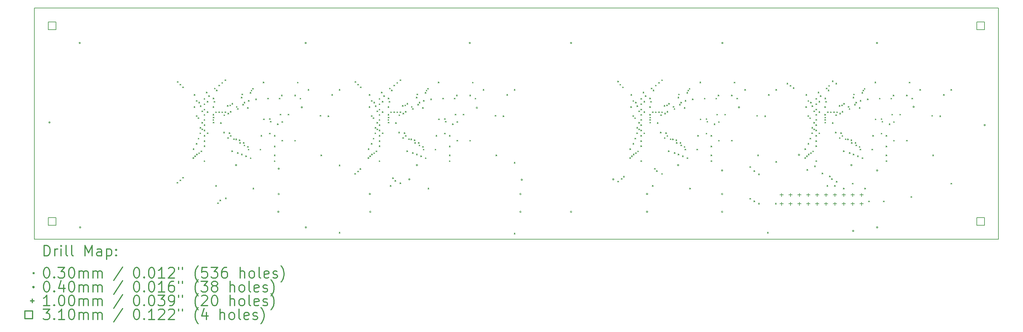
<source format=gbr>
%FSLAX45Y45*%
G04 Gerber Fmt 4.5, Leading zero omitted, Abs format (unit mm)*
G04 Created by KiCad (PCBNEW 5.0.2-bee76a0~70~ubuntu18.04.1) date mar. 09 juin 2020 18:01:08 CEST*
%MOMM*%
%LPD*%
G01*
G04 APERTURE LIST*
%ADD10C,0.150000*%
%ADD11C,0.200000*%
%ADD12C,0.300000*%
G04 APERTURE END LIST*
D10*
X37516180Y-7809200D02*
X37516180Y-14413200D01*
X9957180Y-7809200D02*
X37516180Y-7809200D01*
X9957180Y-14413200D02*
X9957180Y-7809200D01*
X37516180Y-14413200D02*
X9957180Y-14413200D01*
D11*
X14031200Y-12780905D02*
X14061200Y-12810905D01*
X14061200Y-12780905D02*
X14031200Y-12810905D01*
X14036380Y-9904700D02*
X14066380Y-9934700D01*
X14066380Y-9904700D02*
X14036380Y-9934700D01*
X14112580Y-9980900D02*
X14142580Y-10010900D01*
X14142580Y-9980900D02*
X14112580Y-10010900D01*
X14112580Y-12712000D02*
X14142580Y-12742000D01*
X14142580Y-12712000D02*
X14112580Y-12742000D01*
X14188780Y-10057100D02*
X14218780Y-10087100D01*
X14218780Y-10057100D02*
X14188780Y-10087100D01*
X14188780Y-12635800D02*
X14218780Y-12665800D01*
X14218780Y-12635800D02*
X14188780Y-12665800D01*
X14488400Y-12075400D02*
X14518400Y-12105400D01*
X14518400Y-12075400D02*
X14488400Y-12105400D01*
X14491699Y-11818438D02*
X14521699Y-11848438D01*
X14521699Y-11818438D02*
X14491699Y-11848438D01*
X14516340Y-10617440D02*
X14546340Y-10647440D01*
X14546340Y-10617440D02*
X14516340Y-10647440D01*
X14521420Y-10270730D02*
X14551420Y-10300730D01*
X14551420Y-10270730D02*
X14521420Y-10300730D01*
X14539200Y-12024600D02*
X14569200Y-12054600D01*
X14569200Y-12024600D02*
X14539200Y-12054600D01*
X14578500Y-10875250D02*
X14608500Y-10905250D01*
X14608500Y-10875250D02*
X14578500Y-10905250D01*
X14581110Y-10443450D02*
X14611110Y-10473450D01*
X14611110Y-10443450D02*
X14581110Y-10473450D01*
X14581160Y-11669180D02*
X14611160Y-11699180D01*
X14611160Y-11669180D02*
X14581160Y-11699180D01*
X14590000Y-11973800D02*
X14620000Y-12003800D01*
X14620000Y-11973800D02*
X14590000Y-12003800D01*
X14631910Y-10934940D02*
X14661910Y-10964940D01*
X14661910Y-10934940D02*
X14631910Y-10964940D01*
X14635720Y-11519140D02*
X14665720Y-11549140D01*
X14665720Y-11519140D02*
X14635720Y-11549140D01*
X14653499Y-11935700D02*
X14683499Y-11965700D01*
X14683499Y-11935700D02*
X14653499Y-11965700D01*
X14653500Y-10489170D02*
X14683500Y-10519170D01*
X14683500Y-10489170D02*
X14653500Y-10519170D01*
X14687790Y-11368010D02*
X14717790Y-11398010D01*
X14717790Y-11368010D02*
X14687790Y-11398010D01*
X14691600Y-11210530D02*
X14721600Y-11240530D01*
X14721600Y-11210530D02*
X14691600Y-11240530D01*
X14695410Y-10592040D02*
X14725410Y-10622040D01*
X14725410Y-10592040D02*
X14695410Y-10622040D01*
X14716999Y-11884900D02*
X14746999Y-11914900D01*
X14746999Y-11884900D02*
X14716999Y-11914900D01*
X14743399Y-10742338D02*
X14773399Y-10772338D01*
X14773399Y-10742338D02*
X14743399Y-10772338D01*
X14743399Y-11067020D02*
X14773399Y-11097020D01*
X14773399Y-11067020D02*
X14743399Y-11097020D01*
X14743399Y-11258030D02*
X14773399Y-11288030D01*
X14773399Y-11258030D02*
X14743399Y-11288030D01*
X14805900Y-10386930D02*
X14835900Y-10416930D01*
X14835900Y-10386930D02*
X14805900Y-10416930D01*
X14805900Y-10537430D02*
X14835900Y-10567430D01*
X14835900Y-10537430D02*
X14805900Y-10567430D01*
X14805900Y-10689830D02*
X14835900Y-10719830D01*
X14835900Y-10689830D02*
X14805900Y-10719830D01*
X14805900Y-10842230D02*
X14835900Y-10872230D01*
X14835900Y-10842230D02*
X14805900Y-10872230D01*
X14805900Y-10986930D02*
X14835900Y-11016930D01*
X14835900Y-10986930D02*
X14805900Y-11016930D01*
X14805900Y-11136930D02*
X14835900Y-11166930D01*
X14835900Y-11136930D02*
X14805900Y-11166930D01*
X14805900Y-11286930D02*
X14835900Y-11316930D01*
X14835900Y-11286930D02*
X14805900Y-11316930D01*
X14805900Y-11439130D02*
X14835900Y-11469130D01*
X14835900Y-11439130D02*
X14805900Y-11469130D01*
X14805900Y-11591530D02*
X14835900Y-11621530D01*
X14835900Y-11591530D02*
X14805900Y-11621530D01*
X14805900Y-11736930D02*
X14835900Y-11766930D01*
X14835900Y-11736930D02*
X14805900Y-11766930D01*
X14805900Y-12164300D02*
X14835900Y-12194300D01*
X14835900Y-12164300D02*
X14805900Y-12194300D01*
X14869400Y-10202150D02*
X14899400Y-10232150D01*
X14899400Y-10202150D02*
X14869400Y-10232150D01*
X14891900Y-10468200D02*
X14921900Y-10498200D01*
X14921900Y-10468200D02*
X14891900Y-10498200D01*
X14891900Y-10764500D02*
X14921900Y-10794500D01*
X14921900Y-10764500D02*
X14891900Y-10794500D01*
X14891900Y-11368200D02*
X14921900Y-11398200D01*
X14921900Y-11368200D02*
X14891900Y-11398200D01*
X14934170Y-10306290D02*
X14964170Y-10336290D01*
X14964170Y-10306290D02*
X14934170Y-10336290D01*
X15058630Y-10617440D02*
X15088630Y-10647440D01*
X15088630Y-10617440D02*
X15058630Y-10647440D01*
X15058630Y-10988280D02*
X15088630Y-11018280D01*
X15088630Y-10988280D02*
X15058630Y-11018280D01*
X15058680Y-10838600D02*
X15088680Y-10868600D01*
X15088680Y-10838600D02*
X15058680Y-10868600D01*
X15061220Y-10917340D02*
X15091220Y-10947340D01*
X15091220Y-10917340D02*
X15061220Y-10947340D01*
X15061300Y-10373600D02*
X15091300Y-10403600D01*
X15091300Y-10373600D02*
X15061300Y-10403600D01*
X15062440Y-11064480D02*
X15092440Y-11094480D01*
X15092440Y-11064480D02*
X15062440Y-11094480D01*
X15086570Y-10468601D02*
X15116570Y-10498601D01*
X15116570Y-10468601D02*
X15086570Y-10498601D01*
X15100540Y-10087850D02*
X15130540Y-10117850D01*
X15130540Y-10087850D02*
X15100540Y-10117850D01*
X15133200Y-10768300D02*
X15163200Y-10798300D01*
X15163200Y-10768300D02*
X15133200Y-10798300D01*
X15136100Y-12869805D02*
X15166100Y-12899805D01*
X15166100Y-12869805D02*
X15136100Y-12899805D01*
X15157690Y-10143220D02*
X15187690Y-10173220D01*
X15187690Y-10143220D02*
X15157690Y-10173220D01*
X15192080Y-13365981D02*
X15222080Y-13395981D01*
X15222080Y-13365981D02*
X15192080Y-13395981D01*
X15222100Y-10006300D02*
X15252100Y-10036300D01*
X15252100Y-10006300D02*
X15222100Y-10036300D01*
X15222100Y-10768300D02*
X15252100Y-10798300D01*
X15252100Y-10768300D02*
X15222100Y-10798300D01*
X15255580Y-13283501D02*
X15285580Y-13313501D01*
X15285580Y-13283501D02*
X15255580Y-13313501D01*
X15273792Y-11077733D02*
X15303792Y-11107733D01*
X15303792Y-11077733D02*
X15273792Y-11107733D01*
X15311000Y-9930100D02*
X15341000Y-9960100D01*
X15341000Y-9930100D02*
X15311000Y-9960100D01*
X15311000Y-10768300D02*
X15341000Y-10798300D01*
X15341000Y-10768300D02*
X15311000Y-10798300D01*
X15364700Y-11345805D02*
X15394700Y-11375805D01*
X15394700Y-11345805D02*
X15364700Y-11375805D01*
X15371001Y-10850918D02*
X15401001Y-10880918D01*
X15401001Y-10850918D02*
X15371001Y-10880918D01*
X15399900Y-9853900D02*
X15429900Y-9883900D01*
X15429900Y-9853900D02*
X15399900Y-9883900D01*
X15399900Y-10768300D02*
X15429900Y-10798300D01*
X15429900Y-10768300D02*
X15399900Y-10798300D01*
X15415500Y-13225405D02*
X15445500Y-13255405D01*
X15445500Y-13225405D02*
X15415500Y-13255405D01*
X15467620Y-10584600D02*
X15497620Y-10614600D01*
X15497620Y-10584600D02*
X15467620Y-10614600D01*
X15477780Y-11501540D02*
X15507780Y-11531540D01*
X15507780Y-11501540D02*
X15477780Y-11531540D01*
X15488401Y-10802655D02*
X15518401Y-10832655D01*
X15518401Y-10802655D02*
X15488401Y-10832655D01*
X15518370Y-11362930D02*
X15548370Y-11392930D01*
X15548370Y-11362930D02*
X15518370Y-11392930D01*
X15539637Y-10570636D02*
X15569637Y-10600636D01*
X15569637Y-10570636D02*
X15539637Y-10600636D01*
X15552300Y-10751800D02*
X15582300Y-10781800D01*
X15582300Y-10751800D02*
X15552300Y-10781800D01*
X15553924Y-11443843D02*
X15583924Y-11473843D01*
X15583924Y-11443843D02*
X15553924Y-11473843D01*
X15553924Y-11443843D02*
X15583924Y-11473843D01*
X15583924Y-11443843D02*
X15553924Y-11473843D01*
X15594570Y-11881338D02*
X15624570Y-11911338D01*
X15624570Y-11881338D02*
X15594570Y-11911338D01*
X15599700Y-10526180D02*
X15629700Y-10556180D01*
X15629700Y-10526180D02*
X15599700Y-10556180D01*
X15646629Y-11538113D02*
X15676629Y-11568113D01*
X15676629Y-11538113D02*
X15646629Y-11568113D01*
X15712330Y-11543136D02*
X15742330Y-11573136D01*
X15742330Y-11543136D02*
X15712330Y-11573136D01*
X15727920Y-10613630D02*
X15757920Y-10643630D01*
X15757920Y-10613630D02*
X15727920Y-10643630D01*
X15758400Y-10674590D02*
X15788400Y-10704590D01*
X15788400Y-10674590D02*
X15758400Y-10704590D01*
X15759670Y-11928839D02*
X15789670Y-11958839D01*
X15789670Y-11928839D02*
X15759670Y-11958839D01*
X15809877Y-11566898D02*
X15839877Y-11596898D01*
X15839877Y-11566898D02*
X15809877Y-11596898D01*
X15819360Y-11641060D02*
X15849360Y-11671060D01*
X15849360Y-11641060D02*
X15819360Y-11671060D01*
X15868890Y-10345660D02*
X15898890Y-10375660D01*
X15898890Y-10345660D02*
X15868890Y-10375660D01*
X15873078Y-11971260D02*
X15903078Y-12001260D01*
X15903078Y-11971260D02*
X15873078Y-12001260D01*
X15884130Y-10258030D02*
X15914130Y-10288030D01*
X15914130Y-10258030D02*
X15884130Y-10288030D01*
X15908439Y-10551445D02*
X15938439Y-10581445D01*
X15938439Y-10551445D02*
X15908439Y-10581445D01*
X15924820Y-11643780D02*
X15954820Y-11673780D01*
X15954820Y-11643780D02*
X15924820Y-11673780D01*
X15947119Y-11713119D02*
X15977119Y-11743119D01*
X15977119Y-11713119D02*
X15947119Y-11743119D01*
X15948439Y-10490620D02*
X15978439Y-10520620D01*
X15978439Y-10490620D02*
X15948439Y-10520620D01*
X15993400Y-12024780D02*
X16023400Y-12054780D01*
X16023400Y-12024780D02*
X15993400Y-12054780D01*
X16044200Y-11755540D02*
X16074200Y-11785540D01*
X16074200Y-11755540D02*
X16044200Y-11785540D01*
X16045981Y-10644110D02*
X16075981Y-10674110D01*
X16075981Y-10644110D02*
X16045981Y-10674110D01*
X16064520Y-11834280D02*
X16094520Y-11864280D01*
X16094520Y-11834280D02*
X16064520Y-11864280D01*
X16072090Y-10440910D02*
X16102090Y-10470910D01*
X16102090Y-10440910D02*
X16072090Y-10470910D01*
X16120598Y-10212736D02*
X16150598Y-10242736D01*
X16150598Y-10212736D02*
X16120598Y-10242736D01*
X16126700Y-12078720D02*
X16156700Y-12108720D01*
X16156700Y-12078720D02*
X16126700Y-12108720D01*
X16152100Y-10150080D02*
X16182100Y-10180080D01*
X16182100Y-10150080D02*
X16152100Y-10180080D01*
X16189855Y-10096419D02*
X16219855Y-10126419D01*
X16219855Y-10096419D02*
X16189855Y-10126419D01*
X16202900Y-12946004D02*
X16232900Y-12976004D01*
X16232900Y-12946004D02*
X16202900Y-12976004D01*
X16276200Y-10400000D02*
X16306200Y-10430000D01*
X16306200Y-10400000D02*
X16276200Y-10430000D01*
X16403200Y-11835100D02*
X16433200Y-11865100D01*
X16433200Y-11835100D02*
X16403200Y-11865100D01*
X16431500Y-11440400D02*
X16461500Y-11470400D01*
X16461500Y-11440400D02*
X16431500Y-11470400D01*
X16492100Y-9917400D02*
X16522100Y-9947400D01*
X16522100Y-9917400D02*
X16492100Y-9947400D01*
X16504389Y-10968108D02*
X16534389Y-10998108D01*
X16534389Y-10968108D02*
X16504389Y-10998108D01*
X16622000Y-10376920D02*
X16652000Y-10406920D01*
X16652000Y-10376920D02*
X16622000Y-10406920D01*
X16672800Y-10961120D02*
X16702800Y-10991120D01*
X16702800Y-10961120D02*
X16672800Y-10991120D01*
X16672800Y-11376900D02*
X16702800Y-11406900D01*
X16702800Y-11376900D02*
X16672800Y-11406900D01*
X16698200Y-11037320D02*
X16728200Y-11067320D01*
X16728200Y-11037320D02*
X16698200Y-11067320D01*
X16812500Y-11440400D02*
X16842500Y-11470400D01*
X16842500Y-11440400D02*
X16812500Y-11470400D01*
X16812500Y-11745200D02*
X16842500Y-11775200D01*
X16842500Y-11745200D02*
X16812500Y-11775200D01*
X16812500Y-11999200D02*
X16842500Y-12029200D01*
X16842500Y-11999200D02*
X16812500Y-12029200D01*
X16812500Y-12164300D02*
X16842500Y-12194300D01*
X16842500Y-12164300D02*
X16812500Y-12194300D01*
X16898500Y-11111200D02*
X16928500Y-11141200D01*
X16928500Y-11111200D02*
X16898500Y-11141200D01*
X16952200Y-10376920D02*
X16982200Y-10406920D01*
X16982200Y-10376920D02*
X16952200Y-10406920D01*
X16977600Y-10834120D02*
X17007600Y-10864120D01*
X17007600Y-10834120D02*
X16977600Y-10864120D01*
X17015700Y-10288020D02*
X17045700Y-10318020D01*
X17045700Y-10288020D02*
X17015700Y-10318020D01*
X17025500Y-11047700D02*
X17055500Y-11077700D01*
X17055500Y-11047700D02*
X17025500Y-11077700D01*
X17025500Y-11581100D02*
X17055500Y-11611100D01*
X17055500Y-11581100D02*
X17025500Y-11611100D01*
X17206200Y-10834120D02*
X17236200Y-10864120D01*
X17236200Y-10834120D02*
X17206200Y-10864120D01*
X17393800Y-11581100D02*
X17423800Y-11611100D01*
X17423800Y-11581100D02*
X17393800Y-11611100D01*
X17396700Y-10288020D02*
X17426700Y-10318020D01*
X17426700Y-10288020D02*
X17396700Y-10318020D01*
X17472900Y-9921120D02*
X17502900Y-9951120D01*
X17502900Y-9921120D02*
X17472900Y-9951120D01*
X17549100Y-10378320D02*
X17579100Y-10408320D01*
X17579100Y-10378320D02*
X17549100Y-10408320D01*
X17775692Y-10125233D02*
X17805692Y-10155233D01*
X17805692Y-10125233D02*
X17775692Y-10155233D01*
X18117700Y-10869900D02*
X18147700Y-10899900D01*
X18147700Y-10869900D02*
X18117700Y-10899900D01*
X18146000Y-11999200D02*
X18176000Y-12029200D01*
X18176000Y-11999200D02*
X18146000Y-12029200D01*
X18349200Y-10881600D02*
X18379200Y-10911600D01*
X18379200Y-10881600D02*
X18349200Y-10911600D01*
X18453718Y-10273000D02*
X18483718Y-10303000D01*
X18483718Y-10273000D02*
X18453718Y-10303000D01*
X18664692Y-10125233D02*
X18694692Y-10155233D01*
X18694692Y-10125233D02*
X18664692Y-10155233D01*
X18664692Y-12285605D02*
X18694692Y-12315605D01*
X18694692Y-12285605D02*
X18664692Y-12315605D01*
X18667079Y-14207700D02*
X18697079Y-14237700D01*
X18697079Y-14207700D02*
X18667079Y-14237700D01*
X19111200Y-12526905D02*
X19141200Y-12556905D01*
X19141200Y-12526905D02*
X19111200Y-12556905D01*
X19116380Y-9904700D02*
X19146380Y-9934700D01*
X19146380Y-9904700D02*
X19116380Y-9934700D01*
X19192580Y-9980900D02*
X19222580Y-10010900D01*
X19222580Y-9980900D02*
X19192580Y-10010900D01*
X19192580Y-12458000D02*
X19222580Y-12488000D01*
X19222580Y-12458000D02*
X19192580Y-12488000D01*
X19263600Y-12387205D02*
X19293600Y-12417205D01*
X19293600Y-12387205D02*
X19263600Y-12417205D01*
X19268780Y-10057100D02*
X19298780Y-10087100D01*
X19298780Y-10057100D02*
X19268780Y-10087100D01*
X19492200Y-12075400D02*
X19522200Y-12105400D01*
X19522200Y-12075400D02*
X19492200Y-12105400D01*
X19495499Y-11818438D02*
X19525499Y-11848438D01*
X19525499Y-11818438D02*
X19495499Y-11848438D01*
X19520140Y-10617440D02*
X19550140Y-10647440D01*
X19550140Y-10617440D02*
X19520140Y-10647440D01*
X19525220Y-10270730D02*
X19555220Y-10300730D01*
X19555220Y-10270730D02*
X19525220Y-10300730D01*
X19543000Y-12024600D02*
X19573000Y-12054600D01*
X19573000Y-12024600D02*
X19543000Y-12054600D01*
X19582300Y-10875250D02*
X19612300Y-10905250D01*
X19612300Y-10875250D02*
X19582300Y-10905250D01*
X19584910Y-10443450D02*
X19614910Y-10473450D01*
X19614910Y-10443450D02*
X19584910Y-10473450D01*
X19584960Y-11669180D02*
X19614960Y-11699180D01*
X19614960Y-11669180D02*
X19584960Y-11699180D01*
X19593800Y-11973800D02*
X19623800Y-12003800D01*
X19623800Y-11973800D02*
X19593800Y-12003800D01*
X19635710Y-10934940D02*
X19665710Y-10964940D01*
X19665710Y-10934940D02*
X19635710Y-10964940D01*
X19639520Y-11519140D02*
X19669520Y-11549140D01*
X19669520Y-11519140D02*
X19639520Y-11549140D01*
X19657299Y-11935700D02*
X19687299Y-11965700D01*
X19687299Y-11935700D02*
X19657299Y-11965700D01*
X19657300Y-10489170D02*
X19687300Y-10519170D01*
X19687300Y-10489170D02*
X19657300Y-10519170D01*
X19691590Y-11368010D02*
X19721590Y-11398010D01*
X19721590Y-11368010D02*
X19691590Y-11398010D01*
X19695400Y-11210530D02*
X19725400Y-11240530D01*
X19725400Y-11210530D02*
X19695400Y-11240530D01*
X19699210Y-10592040D02*
X19729210Y-10622040D01*
X19729210Y-10592040D02*
X19699210Y-10622040D01*
X19720799Y-11884900D02*
X19750799Y-11914900D01*
X19750799Y-11884900D02*
X19720799Y-11914900D01*
X19747199Y-10742338D02*
X19777199Y-10772338D01*
X19777199Y-10742338D02*
X19747199Y-10772338D01*
X19747199Y-11067020D02*
X19777199Y-11097020D01*
X19777199Y-11067020D02*
X19747199Y-11097020D01*
X19747199Y-11258030D02*
X19777199Y-11288030D01*
X19777199Y-11258030D02*
X19747199Y-11288030D01*
X19809700Y-10386930D02*
X19839700Y-10416930D01*
X19839700Y-10386930D02*
X19809700Y-10416930D01*
X19809700Y-10537430D02*
X19839700Y-10567430D01*
X19839700Y-10537430D02*
X19809700Y-10567430D01*
X19809700Y-10689830D02*
X19839700Y-10719830D01*
X19839700Y-10689830D02*
X19809700Y-10719830D01*
X19809700Y-10842230D02*
X19839700Y-10872230D01*
X19839700Y-10842230D02*
X19809700Y-10872230D01*
X19809700Y-10986930D02*
X19839700Y-11016930D01*
X19839700Y-10986930D02*
X19809700Y-11016930D01*
X19809700Y-11136930D02*
X19839700Y-11166930D01*
X19839700Y-11136930D02*
X19809700Y-11166930D01*
X19809700Y-11286930D02*
X19839700Y-11316930D01*
X19839700Y-11286930D02*
X19809700Y-11316930D01*
X19809700Y-11439130D02*
X19839700Y-11469130D01*
X19839700Y-11439130D02*
X19809700Y-11469130D01*
X19809700Y-11591530D02*
X19839700Y-11621530D01*
X19839700Y-11591530D02*
X19809700Y-11621530D01*
X19809700Y-11736930D02*
X19839700Y-11766930D01*
X19839700Y-11736930D02*
X19809700Y-11766930D01*
X19809700Y-12164300D02*
X19839700Y-12194300D01*
X19839700Y-12164300D02*
X19809700Y-12194300D01*
X19873200Y-10202150D02*
X19903200Y-10232150D01*
X19903200Y-10202150D02*
X19873200Y-10232150D01*
X19895700Y-10468200D02*
X19925700Y-10498200D01*
X19925700Y-10468200D02*
X19895700Y-10498200D01*
X19895700Y-10764500D02*
X19925700Y-10794500D01*
X19925700Y-10764500D02*
X19895700Y-10794500D01*
X19895700Y-11368200D02*
X19925700Y-11398200D01*
X19925700Y-11368200D02*
X19895700Y-11398200D01*
X19937970Y-10306290D02*
X19967970Y-10336290D01*
X19967970Y-10306290D02*
X19937970Y-10336290D01*
X20062430Y-10617440D02*
X20092430Y-10647440D01*
X20092430Y-10617440D02*
X20062430Y-10647440D01*
X20062430Y-10988280D02*
X20092430Y-11018280D01*
X20092430Y-10988280D02*
X20062430Y-11018280D01*
X20062480Y-10838600D02*
X20092480Y-10868600D01*
X20092480Y-10838600D02*
X20062480Y-10868600D01*
X20065020Y-10917340D02*
X20095020Y-10947340D01*
X20095020Y-10917340D02*
X20065020Y-10947340D01*
X20065100Y-10373600D02*
X20095100Y-10403600D01*
X20095100Y-10373600D02*
X20065100Y-10403600D01*
X20066240Y-11064480D02*
X20096240Y-11094480D01*
X20096240Y-11064480D02*
X20066240Y-11094480D01*
X20090370Y-10468601D02*
X20120370Y-10498601D01*
X20120370Y-10468601D02*
X20090370Y-10498601D01*
X20104340Y-10087850D02*
X20134340Y-10117850D01*
X20134340Y-10087850D02*
X20104340Y-10117850D01*
X20127200Y-12869805D02*
X20157200Y-12899805D01*
X20157200Y-12869805D02*
X20127200Y-12899805D01*
X20137000Y-10768300D02*
X20167000Y-10798300D01*
X20167000Y-10768300D02*
X20137000Y-10798300D01*
X20161490Y-10143220D02*
X20191490Y-10173220D01*
X20191490Y-10143220D02*
X20161490Y-10173220D01*
X20195880Y-12648500D02*
X20225880Y-12678500D01*
X20225880Y-12648500D02*
X20195880Y-12678500D01*
X20225900Y-10006300D02*
X20255900Y-10036300D01*
X20255900Y-10006300D02*
X20225900Y-10036300D01*
X20225900Y-10768300D02*
X20255900Y-10798300D01*
X20255900Y-10768300D02*
X20225900Y-10798300D01*
X20259380Y-12724700D02*
X20289380Y-12754700D01*
X20289380Y-12724700D02*
X20259380Y-12754700D01*
X20277592Y-11077733D02*
X20307592Y-11107733D01*
X20307592Y-11077733D02*
X20277592Y-11107733D01*
X20314800Y-9930100D02*
X20344800Y-9960100D01*
X20344800Y-9930100D02*
X20314800Y-9960100D01*
X20314800Y-10768300D02*
X20344800Y-10798300D01*
X20344800Y-10768300D02*
X20314800Y-10798300D01*
X20368500Y-11345805D02*
X20398500Y-11375805D01*
X20398500Y-11345805D02*
X20368500Y-11375805D01*
X20374801Y-10850918D02*
X20404801Y-10880918D01*
X20404801Y-10850918D02*
X20374801Y-10880918D01*
X20403700Y-9853900D02*
X20433700Y-9883900D01*
X20433700Y-9853900D02*
X20403700Y-9883900D01*
X20403700Y-10768300D02*
X20433700Y-10798300D01*
X20433700Y-10768300D02*
X20403700Y-10798300D01*
X20406600Y-12793605D02*
X20436600Y-12823605D01*
X20436600Y-12793605D02*
X20406600Y-12823605D01*
X20471420Y-10584600D02*
X20501420Y-10614600D01*
X20501420Y-10584600D02*
X20471420Y-10614600D01*
X20481580Y-11501540D02*
X20511580Y-11531540D01*
X20511580Y-11501540D02*
X20481580Y-11531540D01*
X20492201Y-10802655D02*
X20522201Y-10832655D01*
X20522201Y-10802655D02*
X20492201Y-10832655D01*
X20522170Y-11362930D02*
X20552170Y-11392930D01*
X20552170Y-11362930D02*
X20522170Y-11392930D01*
X20543437Y-10570636D02*
X20573437Y-10600636D01*
X20573437Y-10570636D02*
X20543437Y-10600636D01*
X20556100Y-10751800D02*
X20586100Y-10781800D01*
X20586100Y-10751800D02*
X20556100Y-10781800D01*
X20557724Y-11443843D02*
X20587724Y-11473843D01*
X20587724Y-11443843D02*
X20557724Y-11473843D01*
X20557724Y-11443843D02*
X20587724Y-11473843D01*
X20587724Y-11443843D02*
X20557724Y-11473843D01*
X20598370Y-11881338D02*
X20628370Y-11911338D01*
X20628370Y-11881338D02*
X20598370Y-11911338D01*
X20603500Y-10526180D02*
X20633500Y-10556180D01*
X20633500Y-10526180D02*
X20603500Y-10556180D01*
X20650429Y-11538113D02*
X20680429Y-11568113D01*
X20680429Y-11538113D02*
X20650429Y-11568113D01*
X20716130Y-11543136D02*
X20746130Y-11573136D01*
X20746130Y-11543136D02*
X20716130Y-11573136D01*
X20731720Y-10613630D02*
X20761720Y-10643630D01*
X20761720Y-10613630D02*
X20731720Y-10643630D01*
X20762200Y-10674590D02*
X20792200Y-10704590D01*
X20792200Y-10674590D02*
X20762200Y-10704590D01*
X20763470Y-11928839D02*
X20793470Y-11958839D01*
X20793470Y-11928839D02*
X20763470Y-11958839D01*
X20813677Y-11566898D02*
X20843677Y-11596898D01*
X20843677Y-11566898D02*
X20813677Y-11596898D01*
X20823160Y-11641060D02*
X20853160Y-11671060D01*
X20853160Y-11641060D02*
X20823160Y-11671060D01*
X20872690Y-10345660D02*
X20902690Y-10375660D01*
X20902690Y-10345660D02*
X20872690Y-10375660D01*
X20876878Y-11971260D02*
X20906878Y-12001260D01*
X20906878Y-11971260D02*
X20876878Y-12001260D01*
X20887930Y-10258030D02*
X20917930Y-10288030D01*
X20917930Y-10258030D02*
X20887930Y-10288030D01*
X20912239Y-10551445D02*
X20942239Y-10581445D01*
X20942239Y-10551445D02*
X20912239Y-10581445D01*
X20928620Y-11643780D02*
X20958620Y-11673780D01*
X20958620Y-11643780D02*
X20928620Y-11673780D01*
X20950919Y-11713119D02*
X20980919Y-11743119D01*
X20980919Y-11713119D02*
X20950919Y-11743119D01*
X20952239Y-10490620D02*
X20982239Y-10520620D01*
X20982239Y-10490620D02*
X20952239Y-10520620D01*
X20997200Y-12024780D02*
X21027200Y-12054780D01*
X21027200Y-12024780D02*
X20997200Y-12054780D01*
X21048000Y-11755540D02*
X21078000Y-11785540D01*
X21078000Y-11755540D02*
X21048000Y-11785540D01*
X21049781Y-10644110D02*
X21079781Y-10674110D01*
X21079781Y-10644110D02*
X21049781Y-10674110D01*
X21068320Y-11834280D02*
X21098320Y-11864280D01*
X21098320Y-11834280D02*
X21068320Y-11864280D01*
X21075890Y-10440910D02*
X21105890Y-10470910D01*
X21105890Y-10440910D02*
X21075890Y-10470910D01*
X21124398Y-10212736D02*
X21154398Y-10242736D01*
X21154398Y-10212736D02*
X21124398Y-10242736D01*
X21130500Y-12078720D02*
X21160500Y-12108720D01*
X21160500Y-12078720D02*
X21130500Y-12108720D01*
X21155900Y-10150080D02*
X21185900Y-10180080D01*
X21185900Y-10150080D02*
X21155900Y-10180080D01*
X21193655Y-10096419D02*
X21223655Y-10126419D01*
X21223655Y-10096419D02*
X21193655Y-10126419D01*
X21206700Y-12946005D02*
X21236700Y-12976005D01*
X21236700Y-12946005D02*
X21206700Y-12976005D01*
X21280000Y-10400000D02*
X21310000Y-10430000D01*
X21310000Y-10400000D02*
X21280000Y-10430000D01*
X21407000Y-11835100D02*
X21437000Y-11865100D01*
X21437000Y-11835100D02*
X21407000Y-11865100D01*
X21435300Y-11440400D02*
X21465300Y-11470400D01*
X21465300Y-11440400D02*
X21435300Y-11470400D01*
X21495900Y-9917400D02*
X21525900Y-9947400D01*
X21525900Y-9917400D02*
X21495900Y-9947400D01*
X21508189Y-10968108D02*
X21538189Y-10998108D01*
X21538189Y-10968108D02*
X21508189Y-10998108D01*
X21625800Y-10376920D02*
X21655800Y-10406920D01*
X21655800Y-10376920D02*
X21625800Y-10406920D01*
X21676600Y-10961120D02*
X21706600Y-10991120D01*
X21706600Y-10961120D02*
X21676600Y-10991120D01*
X21676600Y-11376900D02*
X21706600Y-11406900D01*
X21706600Y-11376900D02*
X21676600Y-11406900D01*
X21702000Y-11037320D02*
X21732000Y-11067320D01*
X21732000Y-11037320D02*
X21702000Y-11067320D01*
X21816300Y-11440400D02*
X21846300Y-11470400D01*
X21846300Y-11440400D02*
X21816300Y-11470400D01*
X21816300Y-11745200D02*
X21846300Y-11775200D01*
X21846300Y-11745200D02*
X21816300Y-11775200D01*
X21816300Y-11999200D02*
X21846300Y-12029200D01*
X21846300Y-11999200D02*
X21816300Y-12029200D01*
X21816300Y-12164300D02*
X21846300Y-12194300D01*
X21846300Y-12164300D02*
X21816300Y-12194300D01*
X21902300Y-11111200D02*
X21932300Y-11141200D01*
X21932300Y-11111200D02*
X21902300Y-11141200D01*
X21956000Y-10376920D02*
X21986000Y-10406920D01*
X21986000Y-10376920D02*
X21956000Y-10406920D01*
X21981400Y-10834120D02*
X22011400Y-10864120D01*
X22011400Y-10834120D02*
X21981400Y-10864120D01*
X22019500Y-10288020D02*
X22049500Y-10318020D01*
X22049500Y-10288020D02*
X22019500Y-10318020D01*
X22029300Y-11047700D02*
X22059300Y-11077700D01*
X22059300Y-11047700D02*
X22029300Y-11077700D01*
X22029300Y-11581100D02*
X22059300Y-11611100D01*
X22059300Y-11581100D02*
X22029300Y-11611100D01*
X22210000Y-10834120D02*
X22240000Y-10864120D01*
X22240000Y-10834120D02*
X22210000Y-10864120D01*
X22397600Y-11581100D02*
X22427600Y-11611100D01*
X22427600Y-11581100D02*
X22397600Y-11611100D01*
X22400500Y-10288020D02*
X22430500Y-10318020D01*
X22430500Y-10288020D02*
X22400500Y-10318020D01*
X22476700Y-9921120D02*
X22506700Y-9951120D01*
X22506700Y-9921120D02*
X22476700Y-9951120D01*
X22552900Y-10378320D02*
X22582900Y-10408320D01*
X22582900Y-10378320D02*
X22552900Y-10408320D01*
X22779492Y-10125233D02*
X22809492Y-10155233D01*
X22809492Y-10125233D02*
X22779492Y-10155233D01*
X23121500Y-10869900D02*
X23151500Y-10899900D01*
X23151500Y-10869900D02*
X23121500Y-10899900D01*
X23149800Y-11999200D02*
X23179800Y-12029200D01*
X23179800Y-11999200D02*
X23149800Y-12029200D01*
X23353000Y-10881600D02*
X23383000Y-10911600D01*
X23383000Y-10881600D02*
X23353000Y-10911600D01*
X23457518Y-10273000D02*
X23487518Y-10303000D01*
X23487518Y-10273000D02*
X23457518Y-10303000D01*
X23668492Y-10125233D02*
X23698492Y-10155233D01*
X23698492Y-10125233D02*
X23668492Y-10155233D01*
X23668492Y-12209405D02*
X23698492Y-12239405D01*
X23698492Y-12209405D02*
X23668492Y-12239405D01*
X23670880Y-14233100D02*
X23700880Y-14263100D01*
X23700880Y-14233100D02*
X23670880Y-14263100D01*
X26629980Y-12747200D02*
X26659980Y-12777200D01*
X26659980Y-12747200D02*
X26629980Y-12777200D01*
X26629980Y-9889700D02*
X26659980Y-9919700D01*
X26659980Y-9889700D02*
X26629980Y-9919700D01*
X26693480Y-9978600D02*
X26723480Y-10008600D01*
X26723480Y-9978600D02*
X26693480Y-10008600D01*
X26731580Y-12671000D02*
X26761580Y-12701000D01*
X26761580Y-12671000D02*
X26731580Y-12701000D01*
X26769680Y-10054800D02*
X26799680Y-10084800D01*
X26799680Y-10054800D02*
X26769680Y-10084800D01*
X26795080Y-12607500D02*
X26825080Y-12637500D01*
X26825080Y-12607500D02*
X26795080Y-12637500D01*
X26972500Y-12075400D02*
X27002500Y-12105400D01*
X27002500Y-12075400D02*
X26972500Y-12105400D01*
X26975799Y-11818438D02*
X27005799Y-11848438D01*
X27005799Y-11818438D02*
X26975799Y-11848438D01*
X27000440Y-10617440D02*
X27030440Y-10647440D01*
X27030440Y-10617440D02*
X27000440Y-10647440D01*
X27005520Y-10270730D02*
X27035520Y-10300730D01*
X27035520Y-10270730D02*
X27005520Y-10300730D01*
X27023300Y-12024600D02*
X27053300Y-12054600D01*
X27053300Y-12024600D02*
X27023300Y-12054600D01*
X27062600Y-10875250D02*
X27092600Y-10905250D01*
X27092600Y-10875250D02*
X27062600Y-10905250D01*
X27065210Y-10443450D02*
X27095210Y-10473450D01*
X27095210Y-10443450D02*
X27065210Y-10473450D01*
X27065260Y-11669180D02*
X27095260Y-11699180D01*
X27095260Y-11669180D02*
X27065260Y-11699180D01*
X27074100Y-11973800D02*
X27104100Y-12003800D01*
X27104100Y-11973800D02*
X27074100Y-12003800D01*
X27116010Y-10934940D02*
X27146010Y-10964940D01*
X27146010Y-10934940D02*
X27116010Y-10964940D01*
X27119820Y-11519140D02*
X27149820Y-11549140D01*
X27149820Y-11519140D02*
X27119820Y-11549140D01*
X27137599Y-11935700D02*
X27167599Y-11965700D01*
X27167599Y-11935700D02*
X27137599Y-11965700D01*
X27137600Y-10489170D02*
X27167600Y-10519170D01*
X27167600Y-10489170D02*
X27137600Y-10519170D01*
X27171890Y-11368010D02*
X27201890Y-11398010D01*
X27201890Y-11368010D02*
X27171890Y-11398010D01*
X27175700Y-11210530D02*
X27205700Y-11240530D01*
X27205700Y-11210530D02*
X27175700Y-11240530D01*
X27179510Y-10592040D02*
X27209510Y-10622040D01*
X27209510Y-10592040D02*
X27179510Y-10622040D01*
X27201099Y-11884900D02*
X27231099Y-11914900D01*
X27231099Y-11884900D02*
X27201099Y-11914900D01*
X27227499Y-10742338D02*
X27257499Y-10772338D01*
X27257499Y-10742338D02*
X27227499Y-10772338D01*
X27227499Y-11067020D02*
X27257499Y-11097020D01*
X27257499Y-11067020D02*
X27227499Y-11097020D01*
X27227499Y-11258030D02*
X27257499Y-11288030D01*
X27257499Y-11258030D02*
X27227499Y-11288030D01*
X27290000Y-10386930D02*
X27320000Y-10416930D01*
X27320000Y-10386930D02*
X27290000Y-10416930D01*
X27290000Y-10537430D02*
X27320000Y-10567430D01*
X27320000Y-10537430D02*
X27290000Y-10567430D01*
X27290000Y-10689830D02*
X27320000Y-10719830D01*
X27320000Y-10689830D02*
X27290000Y-10719830D01*
X27290000Y-10842230D02*
X27320000Y-10872230D01*
X27320000Y-10842230D02*
X27290000Y-10872230D01*
X27290000Y-10986930D02*
X27320000Y-11016930D01*
X27320000Y-10986930D02*
X27290000Y-11016930D01*
X27290000Y-11136930D02*
X27320000Y-11166930D01*
X27320000Y-11136930D02*
X27290000Y-11166930D01*
X27290000Y-11286930D02*
X27320000Y-11316930D01*
X27320000Y-11286930D02*
X27290000Y-11316930D01*
X27290000Y-11439130D02*
X27320000Y-11469130D01*
X27320000Y-11439130D02*
X27290000Y-11469130D01*
X27290000Y-11591530D02*
X27320000Y-11621530D01*
X27320000Y-11591530D02*
X27290000Y-11621530D01*
X27290000Y-11736930D02*
X27320000Y-11766930D01*
X27320000Y-11736930D02*
X27290000Y-11766930D01*
X27290000Y-12164300D02*
X27320000Y-12194300D01*
X27320000Y-12164300D02*
X27290000Y-12194300D01*
X27353500Y-10202150D02*
X27383500Y-10232150D01*
X27383500Y-10202150D02*
X27353500Y-10232150D01*
X27376000Y-10468200D02*
X27406000Y-10498200D01*
X27406000Y-10468200D02*
X27376000Y-10498200D01*
X27376000Y-10764500D02*
X27406000Y-10794500D01*
X27406000Y-10764500D02*
X27376000Y-10794500D01*
X27376000Y-11368200D02*
X27406000Y-11398200D01*
X27406000Y-11368200D02*
X27376000Y-11398200D01*
X27418270Y-10306290D02*
X27448270Y-10336290D01*
X27448270Y-10306290D02*
X27418270Y-10336290D01*
X27542730Y-10617440D02*
X27572730Y-10647440D01*
X27572730Y-10617440D02*
X27542730Y-10647440D01*
X27542730Y-10988280D02*
X27572730Y-11018280D01*
X27572730Y-10988280D02*
X27542730Y-11018280D01*
X27542780Y-10838600D02*
X27572780Y-10868600D01*
X27572780Y-10838600D02*
X27542780Y-10868600D01*
X27544380Y-10372300D02*
X27574380Y-10402300D01*
X27574380Y-10372300D02*
X27544380Y-10402300D01*
X27545320Y-10917340D02*
X27575320Y-10947340D01*
X27575320Y-10917340D02*
X27545320Y-10947340D01*
X27546540Y-11064480D02*
X27576540Y-11094480D01*
X27576540Y-11064480D02*
X27546540Y-11094480D01*
X27570670Y-10468601D02*
X27600670Y-10498601D01*
X27600670Y-10468601D02*
X27570670Y-10498601D01*
X27584640Y-10087850D02*
X27614640Y-10117850D01*
X27614640Y-10087850D02*
X27584640Y-10117850D01*
X27617300Y-10768300D02*
X27647300Y-10798300D01*
X27647300Y-10768300D02*
X27617300Y-10798300D01*
X27620200Y-12869805D02*
X27650200Y-12899805D01*
X27650200Y-12869805D02*
X27620200Y-12899805D01*
X27641790Y-10143220D02*
X27671790Y-10173220D01*
X27671790Y-10143220D02*
X27641790Y-10173220D01*
X27676180Y-12381800D02*
X27706180Y-12411800D01*
X27706180Y-12381800D02*
X27676180Y-12411800D01*
X27706200Y-10006300D02*
X27736200Y-10036300D01*
X27736200Y-10006300D02*
X27706200Y-10036300D01*
X27706200Y-10768300D02*
X27736200Y-10798300D01*
X27736200Y-10768300D02*
X27706200Y-10798300D01*
X27739680Y-12445300D02*
X27769680Y-12475300D01*
X27769680Y-12445300D02*
X27739680Y-12475300D01*
X27757892Y-11077733D02*
X27787892Y-11107733D01*
X27787892Y-11077733D02*
X27757892Y-11107733D01*
X27795100Y-9930100D02*
X27825100Y-9960100D01*
X27825100Y-9930100D02*
X27795100Y-9960100D01*
X27795100Y-10768300D02*
X27825100Y-10798300D01*
X27825100Y-10768300D02*
X27795100Y-10798300D01*
X27848800Y-11345804D02*
X27878800Y-11375804D01*
X27878800Y-11345804D02*
X27848800Y-11375804D01*
X27855101Y-10850918D02*
X27885101Y-10880918D01*
X27885101Y-10850918D02*
X27855101Y-10880918D01*
X27884000Y-9853900D02*
X27914000Y-9883900D01*
X27914000Y-9853900D02*
X27884000Y-9883900D01*
X27884000Y-10768300D02*
X27914000Y-10798300D01*
X27914000Y-10768300D02*
X27884000Y-10798300D01*
X27886900Y-12526905D02*
X27916900Y-12556905D01*
X27916900Y-12526905D02*
X27886900Y-12556905D01*
X27951720Y-10584600D02*
X27981720Y-10614600D01*
X27981720Y-10584600D02*
X27951720Y-10614600D01*
X27961880Y-11501540D02*
X27991880Y-11531540D01*
X27991880Y-11501540D02*
X27961880Y-11531540D01*
X27972501Y-10802655D02*
X28002501Y-10832655D01*
X28002501Y-10802655D02*
X27972501Y-10832655D01*
X28002470Y-11362930D02*
X28032470Y-11392930D01*
X28032470Y-11362930D02*
X28002470Y-11392930D01*
X28023737Y-10570636D02*
X28053737Y-10600636D01*
X28053737Y-10570636D02*
X28023737Y-10600636D01*
X28036400Y-10751800D02*
X28066400Y-10781800D01*
X28066400Y-10751800D02*
X28036400Y-10781800D01*
X28038024Y-11443843D02*
X28068024Y-11473843D01*
X28068024Y-11443843D02*
X28038024Y-11473843D01*
X28038024Y-11443843D02*
X28068024Y-11473843D01*
X28068024Y-11443843D02*
X28038024Y-11473843D01*
X28078670Y-11881338D02*
X28108670Y-11911338D01*
X28108670Y-11881338D02*
X28078670Y-11911338D01*
X28083800Y-10526180D02*
X28113800Y-10556180D01*
X28113800Y-10526180D02*
X28083800Y-10556180D01*
X28130729Y-11538113D02*
X28160729Y-11568113D01*
X28160729Y-11538113D02*
X28130729Y-11568113D01*
X28196430Y-11543136D02*
X28226430Y-11573136D01*
X28226430Y-11543136D02*
X28196430Y-11573136D01*
X28212020Y-10613630D02*
X28242020Y-10643630D01*
X28242020Y-10613630D02*
X28212020Y-10643630D01*
X28242500Y-10674590D02*
X28272500Y-10704590D01*
X28272500Y-10674590D02*
X28242500Y-10704590D01*
X28243770Y-11928839D02*
X28273770Y-11958839D01*
X28273770Y-11928839D02*
X28243770Y-11958839D01*
X28293977Y-11566898D02*
X28323977Y-11596898D01*
X28323977Y-11566898D02*
X28293977Y-11596898D01*
X28303460Y-11641060D02*
X28333460Y-11671060D01*
X28333460Y-11641060D02*
X28303460Y-11671060D01*
X28352990Y-10345660D02*
X28382990Y-10375660D01*
X28382990Y-10345660D02*
X28352990Y-10375660D01*
X28357178Y-11971260D02*
X28387178Y-12001260D01*
X28387178Y-11971260D02*
X28357178Y-12001260D01*
X28368230Y-10258030D02*
X28398230Y-10288030D01*
X28398230Y-10258030D02*
X28368230Y-10288030D01*
X28392539Y-10551445D02*
X28422539Y-10581445D01*
X28422539Y-10551445D02*
X28392539Y-10581445D01*
X28408920Y-11643780D02*
X28438920Y-11673780D01*
X28438920Y-11643780D02*
X28408920Y-11673780D01*
X28431219Y-11713119D02*
X28461219Y-11743119D01*
X28461219Y-11713119D02*
X28431219Y-11743119D01*
X28432539Y-10490620D02*
X28462539Y-10520620D01*
X28462539Y-10490620D02*
X28432539Y-10520620D01*
X28477500Y-12024780D02*
X28507500Y-12054780D01*
X28507500Y-12024780D02*
X28477500Y-12054780D01*
X28528300Y-11755540D02*
X28558300Y-11785540D01*
X28558300Y-11755540D02*
X28528300Y-11785540D01*
X28530081Y-10644110D02*
X28560081Y-10674110D01*
X28560081Y-10644110D02*
X28530081Y-10674110D01*
X28548620Y-11834280D02*
X28578620Y-11864280D01*
X28578620Y-11834280D02*
X28548620Y-11864280D01*
X28556190Y-10440910D02*
X28586190Y-10470910D01*
X28586190Y-10440910D02*
X28556190Y-10470910D01*
X28604698Y-10212736D02*
X28634698Y-10242736D01*
X28634698Y-10212736D02*
X28604698Y-10242736D01*
X28610800Y-12078720D02*
X28640800Y-12108720D01*
X28640800Y-12078720D02*
X28610800Y-12108720D01*
X28636200Y-10150080D02*
X28666200Y-10180080D01*
X28666200Y-10150080D02*
X28636200Y-10180080D01*
X28673955Y-10096419D02*
X28703955Y-10126419D01*
X28703955Y-10096419D02*
X28673955Y-10126419D01*
X28687000Y-12946005D02*
X28717000Y-12976005D01*
X28717000Y-12946005D02*
X28687000Y-12976005D01*
X28760300Y-10400000D02*
X28790300Y-10430000D01*
X28790300Y-10400000D02*
X28760300Y-10430000D01*
X28887300Y-11835100D02*
X28917300Y-11865100D01*
X28917300Y-11835100D02*
X28887300Y-11865100D01*
X28915600Y-11440400D02*
X28945600Y-11470400D01*
X28945600Y-11440400D02*
X28915600Y-11470400D01*
X28976200Y-9917400D02*
X29006200Y-9947400D01*
X29006200Y-9917400D02*
X28976200Y-9947400D01*
X28988489Y-10968108D02*
X29018489Y-10998108D01*
X29018489Y-10968108D02*
X28988489Y-10998108D01*
X29106100Y-10376920D02*
X29136100Y-10406920D01*
X29136100Y-10376920D02*
X29106100Y-10406920D01*
X29156900Y-10961120D02*
X29186900Y-10991120D01*
X29186900Y-10961120D02*
X29156900Y-10991120D01*
X29156900Y-11376900D02*
X29186900Y-11406900D01*
X29186900Y-11376900D02*
X29156900Y-11406900D01*
X29182300Y-11037320D02*
X29212300Y-11067320D01*
X29212300Y-11037320D02*
X29182300Y-11067320D01*
X29296600Y-11440400D02*
X29326600Y-11470400D01*
X29326600Y-11440400D02*
X29296600Y-11470400D01*
X29296600Y-11745200D02*
X29326600Y-11775200D01*
X29326600Y-11745200D02*
X29296600Y-11775200D01*
X29296600Y-11999200D02*
X29326600Y-12029200D01*
X29326600Y-11999200D02*
X29296600Y-12029200D01*
X29296600Y-12164300D02*
X29326600Y-12194300D01*
X29326600Y-12164300D02*
X29296600Y-12194300D01*
X29382600Y-11111200D02*
X29412600Y-11141200D01*
X29412600Y-11111200D02*
X29382600Y-11141200D01*
X29436300Y-10376920D02*
X29466300Y-10406920D01*
X29466300Y-10376920D02*
X29436300Y-10406920D01*
X29461700Y-10834120D02*
X29491700Y-10864120D01*
X29491700Y-10834120D02*
X29461700Y-10864120D01*
X29499800Y-10288020D02*
X29529800Y-10318020D01*
X29529800Y-10288020D02*
X29499800Y-10318020D01*
X29509600Y-11047700D02*
X29539600Y-11077700D01*
X29539600Y-11047700D02*
X29509600Y-11077700D01*
X29509600Y-11581100D02*
X29539600Y-11611100D01*
X29539600Y-11581100D02*
X29509600Y-11611100D01*
X29690300Y-10834120D02*
X29720300Y-10864120D01*
X29720300Y-10834120D02*
X29690300Y-10864120D01*
X29877900Y-11581100D02*
X29907900Y-11611100D01*
X29907900Y-11581100D02*
X29877900Y-11611100D01*
X29880800Y-10288020D02*
X29910800Y-10318020D01*
X29910800Y-10288020D02*
X29880800Y-10318020D01*
X29957000Y-9921120D02*
X29987000Y-9951120D01*
X29987000Y-9921120D02*
X29957000Y-9951120D01*
X30033200Y-10378320D02*
X30063200Y-10408320D01*
X30063200Y-10378320D02*
X30033200Y-10408320D01*
X30259792Y-10125233D02*
X30289792Y-10155233D01*
X30289792Y-10125233D02*
X30259792Y-10155233D01*
X30406680Y-12331001D02*
X30436680Y-12361001D01*
X30436680Y-12331001D02*
X30406680Y-12361001D01*
X30406680Y-13238105D02*
X30436680Y-13268105D01*
X30436680Y-13238105D02*
X30406680Y-13268105D01*
X30520980Y-12445301D02*
X30550980Y-12475301D01*
X30550980Y-12445301D02*
X30520980Y-12475301D01*
X30520980Y-13308900D02*
X30550980Y-13338900D01*
X30550980Y-13308900D02*
X30520980Y-13338900D01*
X30601800Y-10869900D02*
X30631800Y-10899900D01*
X30631800Y-10869900D02*
X30601800Y-10899900D01*
X30630100Y-11999200D02*
X30660100Y-12029200D01*
X30660100Y-11999200D02*
X30630100Y-12029200D01*
X30653384Y-12539605D02*
X30683384Y-12569605D01*
X30683384Y-12539605D02*
X30653384Y-12569605D01*
X30653384Y-13377805D02*
X30683384Y-13407805D01*
X30683384Y-13377805D02*
X30653384Y-13407805D01*
X30833300Y-10881600D02*
X30863300Y-10911600D01*
X30863300Y-10881600D02*
X30833300Y-10911600D01*
X30909880Y-14207700D02*
X30939880Y-14237700D01*
X30939880Y-14207700D02*
X30909880Y-14237700D01*
X30937818Y-10273000D02*
X30967818Y-10303000D01*
X30967818Y-10273000D02*
X30937818Y-10303000D01*
X31136092Y-13379812D02*
X31166092Y-13409812D01*
X31166092Y-13379812D02*
X31136092Y-13409812D01*
X31148684Y-12184005D02*
X31178684Y-12214005D01*
X31178684Y-12184005D02*
X31148684Y-12214005D01*
X31148792Y-10125233D02*
X31178792Y-10155233D01*
X31178792Y-10125233D02*
X31148792Y-10155233D01*
X31468300Y-9948804D02*
X31498300Y-9978804D01*
X31498300Y-9948804D02*
X31468300Y-9978804D01*
X31557580Y-10011925D02*
X31587580Y-10041925D01*
X31587580Y-10011925D02*
X31557580Y-10041925D01*
X31646100Y-10075805D02*
X31676100Y-10105805D01*
X31676100Y-10075805D02*
X31646100Y-10105805D01*
X31976300Y-12075400D02*
X32006300Y-12105400D01*
X32006300Y-12075400D02*
X31976300Y-12105400D01*
X31979599Y-11818438D02*
X32009599Y-11848438D01*
X32009599Y-11818438D02*
X31979599Y-11848438D01*
X32004240Y-10617440D02*
X32034240Y-10647440D01*
X32034240Y-10617440D02*
X32004240Y-10647440D01*
X32009320Y-10270730D02*
X32039320Y-10300730D01*
X32039320Y-10270730D02*
X32009320Y-10300730D01*
X32027100Y-12024600D02*
X32057100Y-12054600D01*
X32057100Y-12024600D02*
X32027100Y-12054600D01*
X32037684Y-12412605D02*
X32067684Y-12442605D01*
X32067684Y-12412605D02*
X32037684Y-12442605D01*
X32066400Y-10875250D02*
X32096400Y-10905250D01*
X32096400Y-10875250D02*
X32066400Y-10905250D01*
X32069010Y-10443450D02*
X32099010Y-10473450D01*
X32099010Y-10443450D02*
X32069010Y-10473450D01*
X32069060Y-11669180D02*
X32099060Y-11699180D01*
X32099060Y-11669180D02*
X32069060Y-11699180D01*
X32077900Y-11973800D02*
X32107900Y-12003800D01*
X32107900Y-11973800D02*
X32077900Y-12003800D01*
X32119810Y-10934940D02*
X32149810Y-10964940D01*
X32149810Y-10934940D02*
X32119810Y-10964940D01*
X32123620Y-11519140D02*
X32153620Y-11549140D01*
X32153620Y-11519140D02*
X32123620Y-11549140D01*
X32141399Y-11935700D02*
X32171399Y-11965700D01*
X32171399Y-11935700D02*
X32141399Y-11965700D01*
X32141400Y-10489170D02*
X32171400Y-10519170D01*
X32171400Y-10489170D02*
X32141400Y-10519170D01*
X32175690Y-11368010D02*
X32205690Y-11398010D01*
X32205690Y-11368010D02*
X32175690Y-11398010D01*
X32179500Y-11210530D02*
X32209500Y-11240530D01*
X32209500Y-11210530D02*
X32179500Y-11240530D01*
X32183310Y-10592040D02*
X32213310Y-10622040D01*
X32213310Y-10592040D02*
X32183310Y-10622040D01*
X32204899Y-11884900D02*
X32234899Y-11914900D01*
X32234899Y-11884900D02*
X32204899Y-11914900D01*
X32231299Y-10742338D02*
X32261299Y-10772338D01*
X32261299Y-10742338D02*
X32231299Y-10772338D01*
X32231299Y-11067020D02*
X32261299Y-11097020D01*
X32261299Y-11067020D02*
X32231299Y-11097020D01*
X32231299Y-11258030D02*
X32261299Y-11288030D01*
X32261299Y-11258030D02*
X32231299Y-11288030D01*
X32253584Y-12311005D02*
X32283584Y-12341005D01*
X32283584Y-12311005D02*
X32253584Y-12341005D01*
X32293800Y-10386930D02*
X32323800Y-10416930D01*
X32323800Y-10386930D02*
X32293800Y-10416930D01*
X32293800Y-10537430D02*
X32323800Y-10567430D01*
X32323800Y-10537430D02*
X32293800Y-10567430D01*
X32293800Y-10689830D02*
X32323800Y-10719830D01*
X32323800Y-10689830D02*
X32293800Y-10719830D01*
X32293800Y-10842230D02*
X32323800Y-10872230D01*
X32323800Y-10842230D02*
X32293800Y-10872230D01*
X32293800Y-10986930D02*
X32323800Y-11016930D01*
X32323800Y-10986930D02*
X32293800Y-11016930D01*
X32293800Y-11136930D02*
X32323800Y-11166930D01*
X32323800Y-11136930D02*
X32293800Y-11166930D01*
X32293800Y-11286930D02*
X32323800Y-11316930D01*
X32323800Y-11286930D02*
X32293800Y-11316930D01*
X32293800Y-11439130D02*
X32323800Y-11469130D01*
X32323800Y-11439130D02*
X32293800Y-11469130D01*
X32293800Y-11591530D02*
X32323800Y-11621530D01*
X32323800Y-11591530D02*
X32293800Y-11621530D01*
X32293800Y-11736930D02*
X32323800Y-11766930D01*
X32323800Y-11736930D02*
X32293800Y-11766930D01*
X32293800Y-12164300D02*
X32323800Y-12194300D01*
X32323800Y-12164300D02*
X32293800Y-12194300D01*
X32357300Y-10202150D02*
X32387300Y-10232150D01*
X32387300Y-10202150D02*
X32357300Y-10232150D01*
X32379800Y-10468200D02*
X32409800Y-10498200D01*
X32409800Y-10468200D02*
X32379800Y-10498200D01*
X32379800Y-10764500D02*
X32409800Y-10794500D01*
X32409800Y-10764500D02*
X32379800Y-10794500D01*
X32379800Y-11368200D02*
X32409800Y-11398200D01*
X32409800Y-11368200D02*
X32379800Y-11398200D01*
X32422070Y-10306290D02*
X32452070Y-10336290D01*
X32452070Y-10306290D02*
X32422070Y-10336290D01*
X32469484Y-12514205D02*
X32499484Y-12544205D01*
X32499484Y-12514205D02*
X32469484Y-12544205D01*
X32546530Y-10617440D02*
X32576530Y-10647440D01*
X32576530Y-10617440D02*
X32546530Y-10647440D01*
X32546530Y-10988280D02*
X32576530Y-11018280D01*
X32576530Y-10988280D02*
X32546530Y-11018280D01*
X32546580Y-10838600D02*
X32576580Y-10868600D01*
X32576580Y-10838600D02*
X32546580Y-10868600D01*
X32549120Y-10917340D02*
X32579120Y-10947340D01*
X32579120Y-10917340D02*
X32549120Y-10947340D01*
X32549200Y-10373600D02*
X32579200Y-10403600D01*
X32579200Y-10373600D02*
X32549200Y-10403600D01*
X32550340Y-11064480D02*
X32580340Y-11094480D01*
X32580340Y-11064480D02*
X32550340Y-11094480D01*
X32574470Y-10468601D02*
X32604470Y-10498601D01*
X32604470Y-10468601D02*
X32574470Y-10498601D01*
X32588440Y-10087850D02*
X32618440Y-10117850D01*
X32618440Y-10087850D02*
X32588440Y-10117850D01*
X32611300Y-12869804D02*
X32641300Y-12899804D01*
X32641300Y-12869804D02*
X32611300Y-12899804D01*
X32621100Y-10768300D02*
X32651100Y-10798300D01*
X32651100Y-10768300D02*
X32621100Y-10798300D01*
X32645590Y-10143220D02*
X32675590Y-10173220D01*
X32675590Y-10143220D02*
X32645590Y-10173220D01*
X32662101Y-10012305D02*
X32692101Y-10042305D01*
X32692101Y-10012305D02*
X32662101Y-10042305D01*
X32679980Y-12597700D02*
X32709980Y-12627700D01*
X32709980Y-12597700D02*
X32679980Y-12627700D01*
X32710000Y-10768300D02*
X32740000Y-10798300D01*
X32740000Y-10768300D02*
X32710000Y-10798300D01*
X32743480Y-12673900D02*
X32773480Y-12703900D01*
X32773480Y-12673900D02*
X32743480Y-12703900D01*
X32760801Y-9882405D02*
X32790801Y-9912405D01*
X32790801Y-9882405D02*
X32760801Y-9912405D01*
X32761692Y-11077733D02*
X32791692Y-11107733D01*
X32791692Y-11077733D02*
X32761692Y-11107733D01*
X32798900Y-10768300D02*
X32828900Y-10798300D01*
X32828900Y-10768300D02*
X32798900Y-10798300D01*
X32827200Y-12869804D02*
X32857200Y-12899804D01*
X32857200Y-12869804D02*
X32827200Y-12899804D01*
X32852600Y-11345805D02*
X32882600Y-11375805D01*
X32882600Y-11345805D02*
X32852600Y-11375805D01*
X32858901Y-10850918D02*
X32888901Y-10880918D01*
X32888901Y-10850918D02*
X32858901Y-10880918D01*
X32865299Y-9948805D02*
X32895299Y-9978805D01*
X32895299Y-9948805D02*
X32865299Y-9978805D01*
X32878000Y-12750100D02*
X32908000Y-12780100D01*
X32908000Y-12750100D02*
X32878000Y-12780100D01*
X32887800Y-10768300D02*
X32917800Y-10798300D01*
X32917800Y-10768300D02*
X32887800Y-10798300D01*
X32955520Y-10584600D02*
X32985520Y-10614600D01*
X32985520Y-10584600D02*
X32955520Y-10614600D01*
X32965680Y-11501540D02*
X32995680Y-11531540D01*
X32995680Y-11501540D02*
X32965680Y-11531540D01*
X32976301Y-10802655D02*
X33006301Y-10832655D01*
X33006301Y-10802655D02*
X32976301Y-10832655D01*
X33006270Y-11362930D02*
X33036270Y-11392930D01*
X33036270Y-11362930D02*
X33006270Y-11392930D01*
X33027537Y-10570636D02*
X33057537Y-10600636D01*
X33057537Y-10570636D02*
X33027537Y-10600636D01*
X33040200Y-10751800D02*
X33070200Y-10781800D01*
X33070200Y-10751800D02*
X33040200Y-10781800D01*
X33041824Y-11443843D02*
X33071824Y-11473843D01*
X33071824Y-11443843D02*
X33041824Y-11473843D01*
X33041824Y-11443843D02*
X33071824Y-11473843D01*
X33071824Y-11443843D02*
X33041824Y-11473843D01*
X33081200Y-12946005D02*
X33111200Y-12976005D01*
X33111200Y-12946005D02*
X33081200Y-12976005D01*
X33082470Y-11881338D02*
X33112470Y-11911338D01*
X33112470Y-11881338D02*
X33082470Y-11911338D01*
X33087600Y-10526180D02*
X33117600Y-10556180D01*
X33117600Y-10526180D02*
X33087600Y-10556180D01*
X33134529Y-11538113D02*
X33164529Y-11568113D01*
X33164529Y-11538113D02*
X33134529Y-11568113D01*
X33200230Y-11543136D02*
X33230230Y-11573136D01*
X33230230Y-11543136D02*
X33200230Y-11573136D01*
X33215820Y-10613630D02*
X33245820Y-10643630D01*
X33245820Y-10613630D02*
X33215820Y-10643630D01*
X33246300Y-10674590D02*
X33276300Y-10704590D01*
X33276300Y-10674590D02*
X33246300Y-10704590D01*
X33247570Y-11928839D02*
X33277570Y-11958839D01*
X33277570Y-11928839D02*
X33247570Y-11958839D01*
X33297777Y-11566898D02*
X33327777Y-11596898D01*
X33327777Y-11566898D02*
X33297777Y-11596898D01*
X33307260Y-11641060D02*
X33337260Y-11671060D01*
X33337260Y-11641060D02*
X33307260Y-11671060D01*
X33335200Y-12806305D02*
X33365200Y-12836305D01*
X33365200Y-12806305D02*
X33335200Y-12836305D01*
X33356790Y-10345660D02*
X33386790Y-10375660D01*
X33386790Y-10345660D02*
X33356790Y-10375660D01*
X33360978Y-11971260D02*
X33390978Y-12001260D01*
X33390978Y-11971260D02*
X33360978Y-12001260D01*
X33372030Y-10258030D02*
X33402030Y-10288030D01*
X33402030Y-10258030D02*
X33372030Y-10288030D01*
X33396339Y-10551445D02*
X33426339Y-10581445D01*
X33426339Y-10551445D02*
X33396339Y-10581445D01*
X33412720Y-11643780D02*
X33442720Y-11673780D01*
X33442720Y-11643780D02*
X33412720Y-11673780D01*
X33435019Y-11713119D02*
X33465019Y-11743119D01*
X33465019Y-11713119D02*
X33435019Y-11743119D01*
X33436339Y-10490620D02*
X33466339Y-10520620D01*
X33466339Y-10490620D02*
X33436339Y-10520620D01*
X33481300Y-12024780D02*
X33511300Y-12054780D01*
X33511300Y-12024780D02*
X33481300Y-12054780D01*
X33532100Y-11755540D02*
X33562100Y-11785540D01*
X33562100Y-11755540D02*
X33532100Y-11785540D01*
X33533881Y-10644110D02*
X33563881Y-10674110D01*
X33563881Y-10644110D02*
X33533881Y-10674110D01*
X33552420Y-11834280D02*
X33582420Y-11864280D01*
X33582420Y-11834280D02*
X33552420Y-11864280D01*
X33559990Y-10440910D02*
X33589990Y-10470910D01*
X33589990Y-10440910D02*
X33559990Y-10470910D01*
X33608498Y-10212736D02*
X33638498Y-10242736D01*
X33638498Y-10212736D02*
X33608498Y-10242736D01*
X33614600Y-12078720D02*
X33644600Y-12108720D01*
X33644600Y-12078720D02*
X33614600Y-12108720D01*
X33640000Y-10150080D02*
X33670000Y-10180080D01*
X33670000Y-10150080D02*
X33640000Y-10180080D01*
X33677755Y-10096419D02*
X33707755Y-10126419D01*
X33707755Y-10096419D02*
X33677755Y-10126419D01*
X33690797Y-12946005D02*
X33720797Y-12976005D01*
X33720797Y-12946005D02*
X33690797Y-12976005D01*
X33764100Y-10400000D02*
X33794100Y-10430000D01*
X33794100Y-10400000D02*
X33764100Y-10430000D01*
X33798897Y-13314305D02*
X33828897Y-13344305D01*
X33828897Y-13314305D02*
X33798897Y-13344305D01*
X33891100Y-11835100D02*
X33921100Y-11865100D01*
X33921100Y-11835100D02*
X33891100Y-11865100D01*
X33919400Y-11440400D02*
X33949400Y-11470400D01*
X33949400Y-11440400D02*
X33919400Y-11470400D01*
X33980000Y-9917400D02*
X34010000Y-9947400D01*
X34010000Y-9917400D02*
X33980000Y-9947400D01*
X33992289Y-10968108D02*
X34022289Y-10998108D01*
X34022289Y-10968108D02*
X33992289Y-10998108D01*
X34109900Y-10376920D02*
X34139900Y-10406920D01*
X34139900Y-10376920D02*
X34109900Y-10406920D01*
X34160700Y-10961120D02*
X34190700Y-10991120D01*
X34190700Y-10961120D02*
X34160700Y-10991120D01*
X34160700Y-11376900D02*
X34190700Y-11406900D01*
X34190700Y-11376900D02*
X34160700Y-11406900D01*
X34186100Y-11037320D02*
X34216100Y-11067320D01*
X34216100Y-11037320D02*
X34186100Y-11067320D01*
X34224200Y-13314305D02*
X34254200Y-13344305D01*
X34254200Y-13314305D02*
X34224200Y-13344305D01*
X34300400Y-11440400D02*
X34330400Y-11470400D01*
X34330400Y-11440400D02*
X34300400Y-11470400D01*
X34300400Y-11745200D02*
X34330400Y-11775200D01*
X34330400Y-11745200D02*
X34300400Y-11775200D01*
X34300400Y-12164300D02*
X34330400Y-12194300D01*
X34330400Y-12164300D02*
X34300400Y-12194300D01*
X34300780Y-11999200D02*
X34330780Y-12029200D01*
X34330780Y-11999200D02*
X34300780Y-12029200D01*
X34386400Y-11111200D02*
X34416400Y-11141200D01*
X34416400Y-11111200D02*
X34386400Y-11141200D01*
X34440100Y-10376920D02*
X34470100Y-10406920D01*
X34470100Y-10376920D02*
X34440100Y-10406920D01*
X34465500Y-10834120D02*
X34495500Y-10864120D01*
X34495500Y-10834120D02*
X34465500Y-10864120D01*
X34503600Y-10288020D02*
X34533600Y-10318020D01*
X34533600Y-10288020D02*
X34503600Y-10318020D01*
X34513400Y-11047700D02*
X34543400Y-11077700D01*
X34543400Y-11047700D02*
X34513400Y-11077700D01*
X34513400Y-11581100D02*
X34543400Y-11611100D01*
X34543400Y-11581100D02*
X34513400Y-11611100D01*
X34694100Y-10834120D02*
X34724100Y-10864120D01*
X34724100Y-10834120D02*
X34694100Y-10864120D01*
X34881700Y-11581100D02*
X34911700Y-11611100D01*
X34911700Y-11581100D02*
X34881700Y-11611100D01*
X34884600Y-10288020D02*
X34914600Y-10318020D01*
X34914600Y-10288020D02*
X34884600Y-10318020D01*
X34960800Y-9921120D02*
X34990800Y-9951120D01*
X34990800Y-9921120D02*
X34960800Y-9951120D01*
X35011600Y-13187305D02*
X35041600Y-13217305D01*
X35041600Y-13187305D02*
X35011600Y-13217305D01*
X35037000Y-10378320D02*
X35067000Y-10408320D01*
X35067000Y-10378320D02*
X35037000Y-10408320D01*
X35263592Y-10125233D02*
X35293592Y-10155233D01*
X35293592Y-10125233D02*
X35263592Y-10155233D01*
X35605600Y-10869900D02*
X35635600Y-10899900D01*
X35635600Y-10869900D02*
X35605600Y-10899900D01*
X35633900Y-11999200D02*
X35663900Y-12029200D01*
X35663900Y-11999200D02*
X35633900Y-12029200D01*
X35837100Y-10881600D02*
X35867100Y-10911600D01*
X35867100Y-10881600D02*
X35837100Y-10911600D01*
X35941618Y-10273000D02*
X35971618Y-10303000D01*
X35971618Y-10273000D02*
X35941618Y-10303000D01*
X36152592Y-10125233D02*
X36182592Y-10155233D01*
X36182592Y-10125233D02*
X36152592Y-10155233D01*
X36154600Y-12806305D02*
X36184600Y-12836305D01*
X36184600Y-12806305D02*
X36154600Y-12836305D01*
X10408980Y-11073100D02*
G75*
G03X10408980Y-11073100I-20000J0D01*
G01*
X11272580Y-8802700D02*
G75*
G03X11272580Y-8802700I-20000J0D01*
G01*
X11285280Y-14070300D02*
G75*
G03X11285280Y-14070300I-20000J0D01*
G01*
X15742980Y-12292300D02*
G75*
G03X15742980Y-12292300I-20000J0D01*
G01*
X16949480Y-13625800D02*
G75*
G03X16949480Y-13625800I-20000J0D01*
G01*
X16962180Y-12393900D02*
G75*
G03X16962180Y-12393900I-20000J0D01*
G01*
X16962180Y-13117800D02*
G75*
G03X16962180Y-13117800I-20000J0D01*
G01*
X17622580Y-10641300D02*
G75*
G03X17622580Y-10641300I-20000J0D01*
G01*
X17731096Y-8802700D02*
G75*
G03X17731096Y-8802700I-20000J0D01*
G01*
X17736880Y-14070300D02*
G75*
G03X17736880Y-14070300I-20000J0D01*
G01*
X19565680Y-13117800D02*
G75*
G03X19565680Y-13117800I-20000J0D01*
G01*
X19578380Y-13625800D02*
G75*
G03X19578380Y-13625800I-20000J0D01*
G01*
X20695980Y-12698700D02*
G75*
G03X20695980Y-12698700I-20000J0D01*
G01*
X20911880Y-12292300D02*
G75*
G03X20911880Y-12292300I-20000J0D01*
G01*
X22423180Y-8802700D02*
G75*
G03X22423180Y-8802700I-20000J0D01*
G01*
X22626380Y-10654000D02*
G75*
G03X22626380Y-10654000I-20000J0D01*
G01*
X23870980Y-13117800D02*
G75*
G03X23870980Y-13117800I-20000J0D01*
G01*
X23870980Y-13625800D02*
G75*
G03X23870980Y-13625800I-20000J0D01*
G01*
X23909080Y-12711400D02*
G75*
G03X23909080Y-12711400I-20000J0D01*
G01*
X25318780Y-8802700D02*
G75*
G03X25318780Y-8802700I-20000J0D01*
G01*
X25318780Y-13625800D02*
G75*
G03X25318780Y-13625800I-20000J0D01*
G01*
X26525280Y-12698700D02*
G75*
G03X26525280Y-12698700I-20000J0D01*
G01*
X27490480Y-13117800D02*
G75*
G03X27490480Y-13117800I-20000J0D01*
G01*
X27490480Y-13625800D02*
G75*
G03X27490480Y-13625800I-20000J0D01*
G01*
X28379480Y-12292300D02*
G75*
G03X28379480Y-12292300I-20000J0D01*
G01*
X29636780Y-12444700D02*
G75*
G03X29636780Y-12444700I-20000J0D01*
G01*
X29636780Y-13117800D02*
G75*
G03X29636780Y-13117800I-20000J0D01*
G01*
X29636780Y-13625800D02*
G75*
G03X29636780Y-13625800I-20000J0D01*
G01*
X29643695Y-8802700D02*
G75*
G03X29643695Y-8802700I-20000J0D01*
G01*
X30119380Y-10641300D02*
G75*
G03X30119380Y-10641300I-20000J0D01*
G01*
X31833880Y-12000200D02*
G75*
G03X31833880Y-12000200I-20000J0D01*
G01*
X33332480Y-12292300D02*
G75*
G03X33332480Y-12292300I-20000J0D01*
G01*
X33383280Y-14171900D02*
G75*
G03X33383280Y-14171900I-20000J0D01*
G01*
X34063296Y-8802700D02*
G75*
G03X34063296Y-8802700I-20000J0D01*
G01*
X34069080Y-12444700D02*
G75*
G03X34069080Y-12444700I-20000J0D01*
G01*
X34069080Y-14070300D02*
G75*
G03X34069080Y-14070300I-20000J0D01*
G01*
X35110480Y-10628600D02*
G75*
G03X35110480Y-10628600I-20000J0D01*
G01*
X37142480Y-11149300D02*
G75*
G03X37142480Y-11149300I-20000J0D01*
G01*
X31318580Y-13093200D02*
X31318580Y-13193200D01*
X31268580Y-13143200D02*
X31368580Y-13143200D01*
X31318580Y-13347200D02*
X31318580Y-13447200D01*
X31268580Y-13397200D02*
X31368580Y-13397200D01*
X31572580Y-13093200D02*
X31572580Y-13193200D01*
X31522580Y-13143200D02*
X31622580Y-13143200D01*
X31572580Y-13347200D02*
X31572580Y-13447200D01*
X31522580Y-13397200D02*
X31622580Y-13397200D01*
X31826580Y-13093200D02*
X31826580Y-13193200D01*
X31776580Y-13143200D02*
X31876580Y-13143200D01*
X31826580Y-13347200D02*
X31826580Y-13447200D01*
X31776580Y-13397200D02*
X31876580Y-13397200D01*
X32080580Y-13093200D02*
X32080580Y-13193200D01*
X32030580Y-13143200D02*
X32130580Y-13143200D01*
X32080580Y-13347200D02*
X32080580Y-13447200D01*
X32030580Y-13397200D02*
X32130580Y-13397200D01*
X32334580Y-13093200D02*
X32334580Y-13193200D01*
X32284580Y-13143200D02*
X32384580Y-13143200D01*
X32334580Y-13347200D02*
X32334580Y-13447200D01*
X32284580Y-13397200D02*
X32384580Y-13397200D01*
X32588580Y-13093200D02*
X32588580Y-13193200D01*
X32538580Y-13143200D02*
X32638580Y-13143200D01*
X32588580Y-13347200D02*
X32588580Y-13447200D01*
X32538580Y-13397200D02*
X32638580Y-13397200D01*
X32842580Y-13093200D02*
X32842580Y-13193200D01*
X32792580Y-13143200D02*
X32892580Y-13143200D01*
X32842580Y-13347200D02*
X32842580Y-13447200D01*
X32792580Y-13397200D02*
X32892580Y-13397200D01*
X33096580Y-13093200D02*
X33096580Y-13193200D01*
X33046580Y-13143200D02*
X33146580Y-13143200D01*
X33096580Y-13347200D02*
X33096580Y-13447200D01*
X33046580Y-13397200D02*
X33146580Y-13397200D01*
X33350580Y-13093200D02*
X33350580Y-13193200D01*
X33300580Y-13143200D02*
X33400580Y-13143200D01*
X33350580Y-13347200D02*
X33350580Y-13447200D01*
X33300580Y-13397200D02*
X33400580Y-13397200D01*
X33604580Y-13093200D02*
X33604580Y-13193200D01*
X33554580Y-13143200D02*
X33654580Y-13143200D01*
X33604580Y-13347200D02*
X33604580Y-13447200D01*
X33554580Y-13397200D02*
X33654580Y-13397200D01*
X37117783Y-8426803D02*
X37117783Y-8207597D01*
X36898577Y-8207597D01*
X36898577Y-8426803D01*
X37117783Y-8426803D01*
X10574783Y-8426803D02*
X10574783Y-8207597D01*
X10355577Y-8207597D01*
X10355577Y-8426803D01*
X10574783Y-8426803D01*
X10574783Y-14014803D02*
X10574783Y-13795597D01*
X10355577Y-13795597D01*
X10355577Y-14014803D01*
X10574783Y-14014803D01*
X37117783Y-14014803D02*
X37117783Y-13795597D01*
X36898577Y-13795597D01*
X36898577Y-14014803D01*
X37117783Y-14014803D01*
D12*
X10236108Y-14886414D02*
X10236108Y-14586414D01*
X10307537Y-14586414D01*
X10350394Y-14600700D01*
X10378966Y-14629271D01*
X10393251Y-14657843D01*
X10407537Y-14714986D01*
X10407537Y-14757843D01*
X10393251Y-14814986D01*
X10378966Y-14843557D01*
X10350394Y-14872129D01*
X10307537Y-14886414D01*
X10236108Y-14886414D01*
X10536108Y-14886414D02*
X10536108Y-14686414D01*
X10536108Y-14743557D02*
X10550394Y-14714986D01*
X10564680Y-14700700D01*
X10593251Y-14686414D01*
X10621823Y-14686414D01*
X10721823Y-14886414D02*
X10721823Y-14686414D01*
X10721823Y-14586414D02*
X10707537Y-14600700D01*
X10721823Y-14614986D01*
X10736108Y-14600700D01*
X10721823Y-14586414D01*
X10721823Y-14614986D01*
X10907537Y-14886414D02*
X10878966Y-14872129D01*
X10864680Y-14843557D01*
X10864680Y-14586414D01*
X11064680Y-14886414D02*
X11036108Y-14872129D01*
X11021823Y-14843557D01*
X11021823Y-14586414D01*
X11407537Y-14886414D02*
X11407537Y-14586414D01*
X11507537Y-14800700D01*
X11607537Y-14586414D01*
X11607537Y-14886414D01*
X11878966Y-14886414D02*
X11878966Y-14729271D01*
X11864680Y-14700700D01*
X11836108Y-14686414D01*
X11778966Y-14686414D01*
X11750394Y-14700700D01*
X11878966Y-14872129D02*
X11850394Y-14886414D01*
X11778966Y-14886414D01*
X11750394Y-14872129D01*
X11736108Y-14843557D01*
X11736108Y-14814986D01*
X11750394Y-14786414D01*
X11778966Y-14772129D01*
X11850394Y-14772129D01*
X11878966Y-14757843D01*
X12021823Y-14686414D02*
X12021823Y-14986414D01*
X12021823Y-14700700D02*
X12050394Y-14686414D01*
X12107537Y-14686414D01*
X12136108Y-14700700D01*
X12150394Y-14714986D01*
X12164680Y-14743557D01*
X12164680Y-14829271D01*
X12150394Y-14857843D01*
X12136108Y-14872129D01*
X12107537Y-14886414D01*
X12050394Y-14886414D01*
X12021823Y-14872129D01*
X12293251Y-14857843D02*
X12307537Y-14872129D01*
X12293251Y-14886414D01*
X12278966Y-14872129D01*
X12293251Y-14857843D01*
X12293251Y-14886414D01*
X12293251Y-14700700D02*
X12307537Y-14714986D01*
X12293251Y-14729271D01*
X12278966Y-14714986D01*
X12293251Y-14700700D01*
X12293251Y-14729271D01*
X9919680Y-15365700D02*
X9949680Y-15395700D01*
X9949680Y-15365700D02*
X9919680Y-15395700D01*
X10293251Y-15216414D02*
X10321823Y-15216414D01*
X10350394Y-15230700D01*
X10364680Y-15244986D01*
X10378966Y-15273557D01*
X10393251Y-15330700D01*
X10393251Y-15402129D01*
X10378966Y-15459271D01*
X10364680Y-15487843D01*
X10350394Y-15502129D01*
X10321823Y-15516414D01*
X10293251Y-15516414D01*
X10264680Y-15502129D01*
X10250394Y-15487843D01*
X10236108Y-15459271D01*
X10221823Y-15402129D01*
X10221823Y-15330700D01*
X10236108Y-15273557D01*
X10250394Y-15244986D01*
X10264680Y-15230700D01*
X10293251Y-15216414D01*
X10521823Y-15487843D02*
X10536108Y-15502129D01*
X10521823Y-15516414D01*
X10507537Y-15502129D01*
X10521823Y-15487843D01*
X10521823Y-15516414D01*
X10636108Y-15216414D02*
X10821823Y-15216414D01*
X10721823Y-15330700D01*
X10764680Y-15330700D01*
X10793251Y-15344986D01*
X10807537Y-15359271D01*
X10821823Y-15387843D01*
X10821823Y-15459271D01*
X10807537Y-15487843D01*
X10793251Y-15502129D01*
X10764680Y-15516414D01*
X10678966Y-15516414D01*
X10650394Y-15502129D01*
X10636108Y-15487843D01*
X11007537Y-15216414D02*
X11036108Y-15216414D01*
X11064680Y-15230700D01*
X11078966Y-15244986D01*
X11093251Y-15273557D01*
X11107537Y-15330700D01*
X11107537Y-15402129D01*
X11093251Y-15459271D01*
X11078966Y-15487843D01*
X11064680Y-15502129D01*
X11036108Y-15516414D01*
X11007537Y-15516414D01*
X10978966Y-15502129D01*
X10964680Y-15487843D01*
X10950394Y-15459271D01*
X10936108Y-15402129D01*
X10936108Y-15330700D01*
X10950394Y-15273557D01*
X10964680Y-15244986D01*
X10978966Y-15230700D01*
X11007537Y-15216414D01*
X11236108Y-15516414D02*
X11236108Y-15316414D01*
X11236108Y-15344986D02*
X11250394Y-15330700D01*
X11278966Y-15316414D01*
X11321823Y-15316414D01*
X11350394Y-15330700D01*
X11364680Y-15359271D01*
X11364680Y-15516414D01*
X11364680Y-15359271D02*
X11378966Y-15330700D01*
X11407537Y-15316414D01*
X11450394Y-15316414D01*
X11478966Y-15330700D01*
X11493251Y-15359271D01*
X11493251Y-15516414D01*
X11636108Y-15516414D02*
X11636108Y-15316414D01*
X11636108Y-15344986D02*
X11650394Y-15330700D01*
X11678966Y-15316414D01*
X11721823Y-15316414D01*
X11750394Y-15330700D01*
X11764680Y-15359271D01*
X11764680Y-15516414D01*
X11764680Y-15359271D02*
X11778966Y-15330700D01*
X11807537Y-15316414D01*
X11850394Y-15316414D01*
X11878966Y-15330700D01*
X11893251Y-15359271D01*
X11893251Y-15516414D01*
X12478966Y-15202129D02*
X12221823Y-15587843D01*
X12864680Y-15216414D02*
X12893251Y-15216414D01*
X12921823Y-15230700D01*
X12936108Y-15244986D01*
X12950394Y-15273557D01*
X12964680Y-15330700D01*
X12964680Y-15402129D01*
X12950394Y-15459271D01*
X12936108Y-15487843D01*
X12921823Y-15502129D01*
X12893251Y-15516414D01*
X12864680Y-15516414D01*
X12836108Y-15502129D01*
X12821823Y-15487843D01*
X12807537Y-15459271D01*
X12793251Y-15402129D01*
X12793251Y-15330700D01*
X12807537Y-15273557D01*
X12821823Y-15244986D01*
X12836108Y-15230700D01*
X12864680Y-15216414D01*
X13093251Y-15487843D02*
X13107537Y-15502129D01*
X13093251Y-15516414D01*
X13078966Y-15502129D01*
X13093251Y-15487843D01*
X13093251Y-15516414D01*
X13293251Y-15216414D02*
X13321823Y-15216414D01*
X13350394Y-15230700D01*
X13364680Y-15244986D01*
X13378966Y-15273557D01*
X13393251Y-15330700D01*
X13393251Y-15402129D01*
X13378966Y-15459271D01*
X13364680Y-15487843D01*
X13350394Y-15502129D01*
X13321823Y-15516414D01*
X13293251Y-15516414D01*
X13264680Y-15502129D01*
X13250394Y-15487843D01*
X13236108Y-15459271D01*
X13221823Y-15402129D01*
X13221823Y-15330700D01*
X13236108Y-15273557D01*
X13250394Y-15244986D01*
X13264680Y-15230700D01*
X13293251Y-15216414D01*
X13678966Y-15516414D02*
X13507537Y-15516414D01*
X13593251Y-15516414D02*
X13593251Y-15216414D01*
X13564680Y-15259271D01*
X13536108Y-15287843D01*
X13507537Y-15302129D01*
X13793251Y-15244986D02*
X13807537Y-15230700D01*
X13836108Y-15216414D01*
X13907537Y-15216414D01*
X13936108Y-15230700D01*
X13950394Y-15244986D01*
X13964680Y-15273557D01*
X13964680Y-15302129D01*
X13950394Y-15344986D01*
X13778966Y-15516414D01*
X13964680Y-15516414D01*
X14078966Y-15216414D02*
X14078966Y-15273557D01*
X14193251Y-15216414D02*
X14193251Y-15273557D01*
X14636108Y-15630700D02*
X14621823Y-15616414D01*
X14593251Y-15573557D01*
X14578966Y-15544986D01*
X14564680Y-15502129D01*
X14550394Y-15430700D01*
X14550394Y-15373557D01*
X14564680Y-15302129D01*
X14578966Y-15259271D01*
X14593251Y-15230700D01*
X14621823Y-15187843D01*
X14636108Y-15173557D01*
X14893251Y-15216414D02*
X14750394Y-15216414D01*
X14736108Y-15359271D01*
X14750394Y-15344986D01*
X14778966Y-15330700D01*
X14850394Y-15330700D01*
X14878966Y-15344986D01*
X14893251Y-15359271D01*
X14907537Y-15387843D01*
X14907537Y-15459271D01*
X14893251Y-15487843D01*
X14878966Y-15502129D01*
X14850394Y-15516414D01*
X14778966Y-15516414D01*
X14750394Y-15502129D01*
X14736108Y-15487843D01*
X15007537Y-15216414D02*
X15193251Y-15216414D01*
X15093251Y-15330700D01*
X15136108Y-15330700D01*
X15164680Y-15344986D01*
X15178966Y-15359271D01*
X15193251Y-15387843D01*
X15193251Y-15459271D01*
X15178966Y-15487843D01*
X15164680Y-15502129D01*
X15136108Y-15516414D01*
X15050394Y-15516414D01*
X15021823Y-15502129D01*
X15007537Y-15487843D01*
X15450394Y-15216414D02*
X15393251Y-15216414D01*
X15364680Y-15230700D01*
X15350394Y-15244986D01*
X15321823Y-15287843D01*
X15307537Y-15344986D01*
X15307537Y-15459271D01*
X15321823Y-15487843D01*
X15336108Y-15502129D01*
X15364680Y-15516414D01*
X15421823Y-15516414D01*
X15450394Y-15502129D01*
X15464680Y-15487843D01*
X15478966Y-15459271D01*
X15478966Y-15387843D01*
X15464680Y-15359271D01*
X15450394Y-15344986D01*
X15421823Y-15330700D01*
X15364680Y-15330700D01*
X15336108Y-15344986D01*
X15321823Y-15359271D01*
X15307537Y-15387843D01*
X15836108Y-15516414D02*
X15836108Y-15216414D01*
X15964680Y-15516414D02*
X15964680Y-15359271D01*
X15950394Y-15330700D01*
X15921823Y-15316414D01*
X15878966Y-15316414D01*
X15850394Y-15330700D01*
X15836108Y-15344986D01*
X16150394Y-15516414D02*
X16121823Y-15502129D01*
X16107537Y-15487843D01*
X16093251Y-15459271D01*
X16093251Y-15373557D01*
X16107537Y-15344986D01*
X16121823Y-15330700D01*
X16150394Y-15316414D01*
X16193251Y-15316414D01*
X16221823Y-15330700D01*
X16236108Y-15344986D01*
X16250394Y-15373557D01*
X16250394Y-15459271D01*
X16236108Y-15487843D01*
X16221823Y-15502129D01*
X16193251Y-15516414D01*
X16150394Y-15516414D01*
X16421823Y-15516414D02*
X16393251Y-15502129D01*
X16378966Y-15473557D01*
X16378966Y-15216414D01*
X16650394Y-15502129D02*
X16621823Y-15516414D01*
X16564680Y-15516414D01*
X16536108Y-15502129D01*
X16521823Y-15473557D01*
X16521823Y-15359271D01*
X16536108Y-15330700D01*
X16564680Y-15316414D01*
X16621823Y-15316414D01*
X16650394Y-15330700D01*
X16664680Y-15359271D01*
X16664680Y-15387843D01*
X16521823Y-15416414D01*
X16778966Y-15502129D02*
X16807537Y-15516414D01*
X16864680Y-15516414D01*
X16893251Y-15502129D01*
X16907537Y-15473557D01*
X16907537Y-15459271D01*
X16893251Y-15430700D01*
X16864680Y-15416414D01*
X16821823Y-15416414D01*
X16793251Y-15402129D01*
X16778966Y-15373557D01*
X16778966Y-15359271D01*
X16793251Y-15330700D01*
X16821823Y-15316414D01*
X16864680Y-15316414D01*
X16893251Y-15330700D01*
X17007537Y-15630700D02*
X17021823Y-15616414D01*
X17050394Y-15573557D01*
X17064680Y-15544986D01*
X17078966Y-15502129D01*
X17093251Y-15430700D01*
X17093251Y-15373557D01*
X17078966Y-15302129D01*
X17064680Y-15259271D01*
X17050394Y-15230700D01*
X17021823Y-15187843D01*
X17007537Y-15173557D01*
X9949680Y-15776700D02*
G75*
G03X9949680Y-15776700I-20000J0D01*
G01*
X10293251Y-15612414D02*
X10321823Y-15612414D01*
X10350394Y-15626700D01*
X10364680Y-15640986D01*
X10378966Y-15669557D01*
X10393251Y-15726700D01*
X10393251Y-15798129D01*
X10378966Y-15855271D01*
X10364680Y-15883843D01*
X10350394Y-15898129D01*
X10321823Y-15912414D01*
X10293251Y-15912414D01*
X10264680Y-15898129D01*
X10250394Y-15883843D01*
X10236108Y-15855271D01*
X10221823Y-15798129D01*
X10221823Y-15726700D01*
X10236108Y-15669557D01*
X10250394Y-15640986D01*
X10264680Y-15626700D01*
X10293251Y-15612414D01*
X10521823Y-15883843D02*
X10536108Y-15898129D01*
X10521823Y-15912414D01*
X10507537Y-15898129D01*
X10521823Y-15883843D01*
X10521823Y-15912414D01*
X10793251Y-15712414D02*
X10793251Y-15912414D01*
X10721823Y-15598129D02*
X10650394Y-15812414D01*
X10836108Y-15812414D01*
X11007537Y-15612414D02*
X11036108Y-15612414D01*
X11064680Y-15626700D01*
X11078966Y-15640986D01*
X11093251Y-15669557D01*
X11107537Y-15726700D01*
X11107537Y-15798129D01*
X11093251Y-15855271D01*
X11078966Y-15883843D01*
X11064680Y-15898129D01*
X11036108Y-15912414D01*
X11007537Y-15912414D01*
X10978966Y-15898129D01*
X10964680Y-15883843D01*
X10950394Y-15855271D01*
X10936108Y-15798129D01*
X10936108Y-15726700D01*
X10950394Y-15669557D01*
X10964680Y-15640986D01*
X10978966Y-15626700D01*
X11007537Y-15612414D01*
X11236108Y-15912414D02*
X11236108Y-15712414D01*
X11236108Y-15740986D02*
X11250394Y-15726700D01*
X11278966Y-15712414D01*
X11321823Y-15712414D01*
X11350394Y-15726700D01*
X11364680Y-15755271D01*
X11364680Y-15912414D01*
X11364680Y-15755271D02*
X11378966Y-15726700D01*
X11407537Y-15712414D01*
X11450394Y-15712414D01*
X11478966Y-15726700D01*
X11493251Y-15755271D01*
X11493251Y-15912414D01*
X11636108Y-15912414D02*
X11636108Y-15712414D01*
X11636108Y-15740986D02*
X11650394Y-15726700D01*
X11678966Y-15712414D01*
X11721823Y-15712414D01*
X11750394Y-15726700D01*
X11764680Y-15755271D01*
X11764680Y-15912414D01*
X11764680Y-15755271D02*
X11778966Y-15726700D01*
X11807537Y-15712414D01*
X11850394Y-15712414D01*
X11878966Y-15726700D01*
X11893251Y-15755271D01*
X11893251Y-15912414D01*
X12478966Y-15598129D02*
X12221823Y-15983843D01*
X12864680Y-15612414D02*
X12893251Y-15612414D01*
X12921823Y-15626700D01*
X12936108Y-15640986D01*
X12950394Y-15669557D01*
X12964680Y-15726700D01*
X12964680Y-15798129D01*
X12950394Y-15855271D01*
X12936108Y-15883843D01*
X12921823Y-15898129D01*
X12893251Y-15912414D01*
X12864680Y-15912414D01*
X12836108Y-15898129D01*
X12821823Y-15883843D01*
X12807537Y-15855271D01*
X12793251Y-15798129D01*
X12793251Y-15726700D01*
X12807537Y-15669557D01*
X12821823Y-15640986D01*
X12836108Y-15626700D01*
X12864680Y-15612414D01*
X13093251Y-15883843D02*
X13107537Y-15898129D01*
X13093251Y-15912414D01*
X13078966Y-15898129D01*
X13093251Y-15883843D01*
X13093251Y-15912414D01*
X13293251Y-15612414D02*
X13321823Y-15612414D01*
X13350394Y-15626700D01*
X13364680Y-15640986D01*
X13378966Y-15669557D01*
X13393251Y-15726700D01*
X13393251Y-15798129D01*
X13378966Y-15855271D01*
X13364680Y-15883843D01*
X13350394Y-15898129D01*
X13321823Y-15912414D01*
X13293251Y-15912414D01*
X13264680Y-15898129D01*
X13250394Y-15883843D01*
X13236108Y-15855271D01*
X13221823Y-15798129D01*
X13221823Y-15726700D01*
X13236108Y-15669557D01*
X13250394Y-15640986D01*
X13264680Y-15626700D01*
X13293251Y-15612414D01*
X13678966Y-15912414D02*
X13507537Y-15912414D01*
X13593251Y-15912414D02*
X13593251Y-15612414D01*
X13564680Y-15655271D01*
X13536108Y-15683843D01*
X13507537Y-15698129D01*
X13936108Y-15612414D02*
X13878966Y-15612414D01*
X13850394Y-15626700D01*
X13836108Y-15640986D01*
X13807537Y-15683843D01*
X13793251Y-15740986D01*
X13793251Y-15855271D01*
X13807537Y-15883843D01*
X13821823Y-15898129D01*
X13850394Y-15912414D01*
X13907537Y-15912414D01*
X13936108Y-15898129D01*
X13950394Y-15883843D01*
X13964680Y-15855271D01*
X13964680Y-15783843D01*
X13950394Y-15755271D01*
X13936108Y-15740986D01*
X13907537Y-15726700D01*
X13850394Y-15726700D01*
X13821823Y-15740986D01*
X13807537Y-15755271D01*
X13793251Y-15783843D01*
X14078966Y-15612414D02*
X14078966Y-15669557D01*
X14193251Y-15612414D02*
X14193251Y-15669557D01*
X14636108Y-16026700D02*
X14621823Y-16012414D01*
X14593251Y-15969557D01*
X14578966Y-15940986D01*
X14564680Y-15898129D01*
X14550394Y-15826700D01*
X14550394Y-15769557D01*
X14564680Y-15698129D01*
X14578966Y-15655271D01*
X14593251Y-15626700D01*
X14621823Y-15583843D01*
X14636108Y-15569557D01*
X14721823Y-15612414D02*
X14907537Y-15612414D01*
X14807537Y-15726700D01*
X14850394Y-15726700D01*
X14878966Y-15740986D01*
X14893251Y-15755271D01*
X14907537Y-15783843D01*
X14907537Y-15855271D01*
X14893251Y-15883843D01*
X14878966Y-15898129D01*
X14850394Y-15912414D01*
X14764680Y-15912414D01*
X14736108Y-15898129D01*
X14721823Y-15883843D01*
X15078966Y-15740986D02*
X15050394Y-15726700D01*
X15036108Y-15712414D01*
X15021823Y-15683843D01*
X15021823Y-15669557D01*
X15036108Y-15640986D01*
X15050394Y-15626700D01*
X15078966Y-15612414D01*
X15136108Y-15612414D01*
X15164680Y-15626700D01*
X15178966Y-15640986D01*
X15193251Y-15669557D01*
X15193251Y-15683843D01*
X15178966Y-15712414D01*
X15164680Y-15726700D01*
X15136108Y-15740986D01*
X15078966Y-15740986D01*
X15050394Y-15755271D01*
X15036108Y-15769557D01*
X15021823Y-15798129D01*
X15021823Y-15855271D01*
X15036108Y-15883843D01*
X15050394Y-15898129D01*
X15078966Y-15912414D01*
X15136108Y-15912414D01*
X15164680Y-15898129D01*
X15178966Y-15883843D01*
X15193251Y-15855271D01*
X15193251Y-15798129D01*
X15178966Y-15769557D01*
X15164680Y-15755271D01*
X15136108Y-15740986D01*
X15550394Y-15912414D02*
X15550394Y-15612414D01*
X15678966Y-15912414D02*
X15678966Y-15755271D01*
X15664680Y-15726700D01*
X15636108Y-15712414D01*
X15593251Y-15712414D01*
X15564680Y-15726700D01*
X15550394Y-15740986D01*
X15864680Y-15912414D02*
X15836108Y-15898129D01*
X15821823Y-15883843D01*
X15807537Y-15855271D01*
X15807537Y-15769557D01*
X15821823Y-15740986D01*
X15836108Y-15726700D01*
X15864680Y-15712414D01*
X15907537Y-15712414D01*
X15936108Y-15726700D01*
X15950394Y-15740986D01*
X15964680Y-15769557D01*
X15964680Y-15855271D01*
X15950394Y-15883843D01*
X15936108Y-15898129D01*
X15907537Y-15912414D01*
X15864680Y-15912414D01*
X16136108Y-15912414D02*
X16107537Y-15898129D01*
X16093251Y-15869557D01*
X16093251Y-15612414D01*
X16364680Y-15898129D02*
X16336108Y-15912414D01*
X16278966Y-15912414D01*
X16250394Y-15898129D01*
X16236108Y-15869557D01*
X16236108Y-15755271D01*
X16250394Y-15726700D01*
X16278966Y-15712414D01*
X16336108Y-15712414D01*
X16364680Y-15726700D01*
X16378966Y-15755271D01*
X16378966Y-15783843D01*
X16236108Y-15812414D01*
X16493251Y-15898129D02*
X16521823Y-15912414D01*
X16578966Y-15912414D01*
X16607537Y-15898129D01*
X16621823Y-15869557D01*
X16621823Y-15855271D01*
X16607537Y-15826700D01*
X16578966Y-15812414D01*
X16536108Y-15812414D01*
X16507537Y-15798129D01*
X16493251Y-15769557D01*
X16493251Y-15755271D01*
X16507537Y-15726700D01*
X16536108Y-15712414D01*
X16578966Y-15712414D01*
X16607537Y-15726700D01*
X16721823Y-16026700D02*
X16736108Y-16012414D01*
X16764680Y-15969557D01*
X16778966Y-15940986D01*
X16793251Y-15898129D01*
X16807537Y-15826700D01*
X16807537Y-15769557D01*
X16793251Y-15698129D01*
X16778966Y-15655271D01*
X16764680Y-15626700D01*
X16736108Y-15583843D01*
X16721823Y-15569557D01*
X9899680Y-16122700D02*
X9899680Y-16222700D01*
X9849680Y-16172700D02*
X9949680Y-16172700D01*
X10393251Y-16308414D02*
X10221823Y-16308414D01*
X10307537Y-16308414D02*
X10307537Y-16008414D01*
X10278966Y-16051271D01*
X10250394Y-16079843D01*
X10221823Y-16094129D01*
X10521823Y-16279843D02*
X10536108Y-16294129D01*
X10521823Y-16308414D01*
X10507537Y-16294129D01*
X10521823Y-16279843D01*
X10521823Y-16308414D01*
X10721823Y-16008414D02*
X10750394Y-16008414D01*
X10778966Y-16022700D01*
X10793251Y-16036986D01*
X10807537Y-16065557D01*
X10821823Y-16122700D01*
X10821823Y-16194129D01*
X10807537Y-16251271D01*
X10793251Y-16279843D01*
X10778966Y-16294129D01*
X10750394Y-16308414D01*
X10721823Y-16308414D01*
X10693251Y-16294129D01*
X10678966Y-16279843D01*
X10664680Y-16251271D01*
X10650394Y-16194129D01*
X10650394Y-16122700D01*
X10664680Y-16065557D01*
X10678966Y-16036986D01*
X10693251Y-16022700D01*
X10721823Y-16008414D01*
X11007537Y-16008414D02*
X11036108Y-16008414D01*
X11064680Y-16022700D01*
X11078966Y-16036986D01*
X11093251Y-16065557D01*
X11107537Y-16122700D01*
X11107537Y-16194129D01*
X11093251Y-16251271D01*
X11078966Y-16279843D01*
X11064680Y-16294129D01*
X11036108Y-16308414D01*
X11007537Y-16308414D01*
X10978966Y-16294129D01*
X10964680Y-16279843D01*
X10950394Y-16251271D01*
X10936108Y-16194129D01*
X10936108Y-16122700D01*
X10950394Y-16065557D01*
X10964680Y-16036986D01*
X10978966Y-16022700D01*
X11007537Y-16008414D01*
X11236108Y-16308414D02*
X11236108Y-16108414D01*
X11236108Y-16136986D02*
X11250394Y-16122700D01*
X11278966Y-16108414D01*
X11321823Y-16108414D01*
X11350394Y-16122700D01*
X11364680Y-16151271D01*
X11364680Y-16308414D01*
X11364680Y-16151271D02*
X11378966Y-16122700D01*
X11407537Y-16108414D01*
X11450394Y-16108414D01*
X11478966Y-16122700D01*
X11493251Y-16151271D01*
X11493251Y-16308414D01*
X11636108Y-16308414D02*
X11636108Y-16108414D01*
X11636108Y-16136986D02*
X11650394Y-16122700D01*
X11678966Y-16108414D01*
X11721823Y-16108414D01*
X11750394Y-16122700D01*
X11764680Y-16151271D01*
X11764680Y-16308414D01*
X11764680Y-16151271D02*
X11778966Y-16122700D01*
X11807537Y-16108414D01*
X11850394Y-16108414D01*
X11878966Y-16122700D01*
X11893251Y-16151271D01*
X11893251Y-16308414D01*
X12478966Y-15994129D02*
X12221823Y-16379843D01*
X12864680Y-16008414D02*
X12893251Y-16008414D01*
X12921823Y-16022700D01*
X12936108Y-16036986D01*
X12950394Y-16065557D01*
X12964680Y-16122700D01*
X12964680Y-16194129D01*
X12950394Y-16251271D01*
X12936108Y-16279843D01*
X12921823Y-16294129D01*
X12893251Y-16308414D01*
X12864680Y-16308414D01*
X12836108Y-16294129D01*
X12821823Y-16279843D01*
X12807537Y-16251271D01*
X12793251Y-16194129D01*
X12793251Y-16122700D01*
X12807537Y-16065557D01*
X12821823Y-16036986D01*
X12836108Y-16022700D01*
X12864680Y-16008414D01*
X13093251Y-16279843D02*
X13107537Y-16294129D01*
X13093251Y-16308414D01*
X13078966Y-16294129D01*
X13093251Y-16279843D01*
X13093251Y-16308414D01*
X13293251Y-16008414D02*
X13321823Y-16008414D01*
X13350394Y-16022700D01*
X13364680Y-16036986D01*
X13378966Y-16065557D01*
X13393251Y-16122700D01*
X13393251Y-16194129D01*
X13378966Y-16251271D01*
X13364680Y-16279843D01*
X13350394Y-16294129D01*
X13321823Y-16308414D01*
X13293251Y-16308414D01*
X13264680Y-16294129D01*
X13250394Y-16279843D01*
X13236108Y-16251271D01*
X13221823Y-16194129D01*
X13221823Y-16122700D01*
X13236108Y-16065557D01*
X13250394Y-16036986D01*
X13264680Y-16022700D01*
X13293251Y-16008414D01*
X13493251Y-16008414D02*
X13678966Y-16008414D01*
X13578966Y-16122700D01*
X13621823Y-16122700D01*
X13650394Y-16136986D01*
X13664680Y-16151271D01*
X13678966Y-16179843D01*
X13678966Y-16251271D01*
X13664680Y-16279843D01*
X13650394Y-16294129D01*
X13621823Y-16308414D01*
X13536108Y-16308414D01*
X13507537Y-16294129D01*
X13493251Y-16279843D01*
X13821823Y-16308414D02*
X13878966Y-16308414D01*
X13907537Y-16294129D01*
X13921823Y-16279843D01*
X13950394Y-16236986D01*
X13964680Y-16179843D01*
X13964680Y-16065557D01*
X13950394Y-16036986D01*
X13936108Y-16022700D01*
X13907537Y-16008414D01*
X13850394Y-16008414D01*
X13821823Y-16022700D01*
X13807537Y-16036986D01*
X13793251Y-16065557D01*
X13793251Y-16136986D01*
X13807537Y-16165557D01*
X13821823Y-16179843D01*
X13850394Y-16194129D01*
X13907537Y-16194129D01*
X13936108Y-16179843D01*
X13950394Y-16165557D01*
X13964680Y-16136986D01*
X14078966Y-16008414D02*
X14078966Y-16065557D01*
X14193251Y-16008414D02*
X14193251Y-16065557D01*
X14636108Y-16422700D02*
X14621823Y-16408414D01*
X14593251Y-16365557D01*
X14578966Y-16336986D01*
X14564680Y-16294129D01*
X14550394Y-16222700D01*
X14550394Y-16165557D01*
X14564680Y-16094129D01*
X14578966Y-16051271D01*
X14593251Y-16022700D01*
X14621823Y-15979843D01*
X14636108Y-15965557D01*
X14736108Y-16036986D02*
X14750394Y-16022700D01*
X14778966Y-16008414D01*
X14850394Y-16008414D01*
X14878966Y-16022700D01*
X14893251Y-16036986D01*
X14907537Y-16065557D01*
X14907537Y-16094129D01*
X14893251Y-16136986D01*
X14721823Y-16308414D01*
X14907537Y-16308414D01*
X15093251Y-16008414D02*
X15121823Y-16008414D01*
X15150394Y-16022700D01*
X15164680Y-16036986D01*
X15178966Y-16065557D01*
X15193251Y-16122700D01*
X15193251Y-16194129D01*
X15178966Y-16251271D01*
X15164680Y-16279843D01*
X15150394Y-16294129D01*
X15121823Y-16308414D01*
X15093251Y-16308414D01*
X15064680Y-16294129D01*
X15050394Y-16279843D01*
X15036108Y-16251271D01*
X15021823Y-16194129D01*
X15021823Y-16122700D01*
X15036108Y-16065557D01*
X15050394Y-16036986D01*
X15064680Y-16022700D01*
X15093251Y-16008414D01*
X15550394Y-16308414D02*
X15550394Y-16008414D01*
X15678966Y-16308414D02*
X15678966Y-16151271D01*
X15664680Y-16122700D01*
X15636108Y-16108414D01*
X15593251Y-16108414D01*
X15564680Y-16122700D01*
X15550394Y-16136986D01*
X15864680Y-16308414D02*
X15836108Y-16294129D01*
X15821823Y-16279843D01*
X15807537Y-16251271D01*
X15807537Y-16165557D01*
X15821823Y-16136986D01*
X15836108Y-16122700D01*
X15864680Y-16108414D01*
X15907537Y-16108414D01*
X15936108Y-16122700D01*
X15950394Y-16136986D01*
X15964680Y-16165557D01*
X15964680Y-16251271D01*
X15950394Y-16279843D01*
X15936108Y-16294129D01*
X15907537Y-16308414D01*
X15864680Y-16308414D01*
X16136108Y-16308414D02*
X16107537Y-16294129D01*
X16093251Y-16265557D01*
X16093251Y-16008414D01*
X16364680Y-16294129D02*
X16336108Y-16308414D01*
X16278966Y-16308414D01*
X16250394Y-16294129D01*
X16236108Y-16265557D01*
X16236108Y-16151271D01*
X16250394Y-16122700D01*
X16278966Y-16108414D01*
X16336108Y-16108414D01*
X16364680Y-16122700D01*
X16378966Y-16151271D01*
X16378966Y-16179843D01*
X16236108Y-16208414D01*
X16493251Y-16294129D02*
X16521823Y-16308414D01*
X16578966Y-16308414D01*
X16607537Y-16294129D01*
X16621823Y-16265557D01*
X16621823Y-16251271D01*
X16607537Y-16222700D01*
X16578966Y-16208414D01*
X16536108Y-16208414D01*
X16507537Y-16194129D01*
X16493251Y-16165557D01*
X16493251Y-16151271D01*
X16507537Y-16122700D01*
X16536108Y-16108414D01*
X16578966Y-16108414D01*
X16607537Y-16122700D01*
X16721823Y-16422700D02*
X16736108Y-16408414D01*
X16764680Y-16365557D01*
X16778966Y-16336986D01*
X16793251Y-16294129D01*
X16807537Y-16222700D01*
X16807537Y-16165557D01*
X16793251Y-16094129D01*
X16778966Y-16051271D01*
X16764680Y-16022700D01*
X16736108Y-15979843D01*
X16721823Y-15965557D01*
X9904283Y-16678303D02*
X9904283Y-16459097D01*
X9685077Y-16459097D01*
X9685077Y-16678303D01*
X9904283Y-16678303D01*
X10207537Y-16404414D02*
X10393251Y-16404414D01*
X10293251Y-16518700D01*
X10336108Y-16518700D01*
X10364680Y-16532986D01*
X10378966Y-16547271D01*
X10393251Y-16575843D01*
X10393251Y-16647271D01*
X10378966Y-16675843D01*
X10364680Y-16690129D01*
X10336108Y-16704414D01*
X10250394Y-16704414D01*
X10221823Y-16690129D01*
X10207537Y-16675843D01*
X10521823Y-16675843D02*
X10536108Y-16690129D01*
X10521823Y-16704414D01*
X10507537Y-16690129D01*
X10521823Y-16675843D01*
X10521823Y-16704414D01*
X10821823Y-16704414D02*
X10650394Y-16704414D01*
X10736108Y-16704414D02*
X10736108Y-16404414D01*
X10707537Y-16447271D01*
X10678966Y-16475843D01*
X10650394Y-16490129D01*
X11007537Y-16404414D02*
X11036108Y-16404414D01*
X11064680Y-16418700D01*
X11078966Y-16432986D01*
X11093251Y-16461557D01*
X11107537Y-16518700D01*
X11107537Y-16590129D01*
X11093251Y-16647271D01*
X11078966Y-16675843D01*
X11064680Y-16690129D01*
X11036108Y-16704414D01*
X11007537Y-16704414D01*
X10978966Y-16690129D01*
X10964680Y-16675843D01*
X10950394Y-16647271D01*
X10936108Y-16590129D01*
X10936108Y-16518700D01*
X10950394Y-16461557D01*
X10964680Y-16432986D01*
X10978966Y-16418700D01*
X11007537Y-16404414D01*
X11236108Y-16704414D02*
X11236108Y-16504414D01*
X11236108Y-16532986D02*
X11250394Y-16518700D01*
X11278966Y-16504414D01*
X11321823Y-16504414D01*
X11350394Y-16518700D01*
X11364680Y-16547271D01*
X11364680Y-16704414D01*
X11364680Y-16547271D02*
X11378966Y-16518700D01*
X11407537Y-16504414D01*
X11450394Y-16504414D01*
X11478966Y-16518700D01*
X11493251Y-16547271D01*
X11493251Y-16704414D01*
X11636108Y-16704414D02*
X11636108Y-16504414D01*
X11636108Y-16532986D02*
X11650394Y-16518700D01*
X11678966Y-16504414D01*
X11721823Y-16504414D01*
X11750394Y-16518700D01*
X11764680Y-16547271D01*
X11764680Y-16704414D01*
X11764680Y-16547271D02*
X11778966Y-16518700D01*
X11807537Y-16504414D01*
X11850394Y-16504414D01*
X11878966Y-16518700D01*
X11893251Y-16547271D01*
X11893251Y-16704414D01*
X12478966Y-16390129D02*
X12221823Y-16775843D01*
X12864680Y-16404414D02*
X12893251Y-16404414D01*
X12921823Y-16418700D01*
X12936108Y-16432986D01*
X12950394Y-16461557D01*
X12964680Y-16518700D01*
X12964680Y-16590129D01*
X12950394Y-16647271D01*
X12936108Y-16675843D01*
X12921823Y-16690129D01*
X12893251Y-16704414D01*
X12864680Y-16704414D01*
X12836108Y-16690129D01*
X12821823Y-16675843D01*
X12807537Y-16647271D01*
X12793251Y-16590129D01*
X12793251Y-16518700D01*
X12807537Y-16461557D01*
X12821823Y-16432986D01*
X12836108Y-16418700D01*
X12864680Y-16404414D01*
X13093251Y-16675843D02*
X13107537Y-16690129D01*
X13093251Y-16704414D01*
X13078966Y-16690129D01*
X13093251Y-16675843D01*
X13093251Y-16704414D01*
X13393251Y-16704414D02*
X13221823Y-16704414D01*
X13307537Y-16704414D02*
X13307537Y-16404414D01*
X13278966Y-16447271D01*
X13250394Y-16475843D01*
X13221823Y-16490129D01*
X13507537Y-16432986D02*
X13521823Y-16418700D01*
X13550394Y-16404414D01*
X13621823Y-16404414D01*
X13650394Y-16418700D01*
X13664680Y-16432986D01*
X13678966Y-16461557D01*
X13678966Y-16490129D01*
X13664680Y-16532986D01*
X13493251Y-16704414D01*
X13678966Y-16704414D01*
X13793251Y-16432986D02*
X13807537Y-16418700D01*
X13836108Y-16404414D01*
X13907537Y-16404414D01*
X13936108Y-16418700D01*
X13950394Y-16432986D01*
X13964680Y-16461557D01*
X13964680Y-16490129D01*
X13950394Y-16532986D01*
X13778966Y-16704414D01*
X13964680Y-16704414D01*
X14078966Y-16404414D02*
X14078966Y-16461557D01*
X14193251Y-16404414D02*
X14193251Y-16461557D01*
X14636108Y-16818700D02*
X14621823Y-16804414D01*
X14593251Y-16761557D01*
X14578966Y-16732986D01*
X14564680Y-16690129D01*
X14550394Y-16618700D01*
X14550394Y-16561557D01*
X14564680Y-16490129D01*
X14578966Y-16447271D01*
X14593251Y-16418700D01*
X14621823Y-16375843D01*
X14636108Y-16361557D01*
X14878966Y-16504414D02*
X14878966Y-16704414D01*
X14807537Y-16390129D02*
X14736108Y-16604414D01*
X14921823Y-16604414D01*
X15264680Y-16704414D02*
X15264680Y-16404414D01*
X15393251Y-16704414D02*
X15393251Y-16547271D01*
X15378966Y-16518700D01*
X15350394Y-16504414D01*
X15307537Y-16504414D01*
X15278966Y-16518700D01*
X15264680Y-16532986D01*
X15578966Y-16704414D02*
X15550394Y-16690129D01*
X15536108Y-16675843D01*
X15521823Y-16647271D01*
X15521823Y-16561557D01*
X15536108Y-16532986D01*
X15550394Y-16518700D01*
X15578966Y-16504414D01*
X15621823Y-16504414D01*
X15650394Y-16518700D01*
X15664680Y-16532986D01*
X15678966Y-16561557D01*
X15678966Y-16647271D01*
X15664680Y-16675843D01*
X15650394Y-16690129D01*
X15621823Y-16704414D01*
X15578966Y-16704414D01*
X15850394Y-16704414D02*
X15821823Y-16690129D01*
X15807537Y-16661557D01*
X15807537Y-16404414D01*
X16078966Y-16690129D02*
X16050394Y-16704414D01*
X15993251Y-16704414D01*
X15964680Y-16690129D01*
X15950394Y-16661557D01*
X15950394Y-16547271D01*
X15964680Y-16518700D01*
X15993251Y-16504414D01*
X16050394Y-16504414D01*
X16078966Y-16518700D01*
X16093251Y-16547271D01*
X16093251Y-16575843D01*
X15950394Y-16604414D01*
X16207537Y-16690129D02*
X16236108Y-16704414D01*
X16293251Y-16704414D01*
X16321823Y-16690129D01*
X16336108Y-16661557D01*
X16336108Y-16647271D01*
X16321823Y-16618700D01*
X16293251Y-16604414D01*
X16250394Y-16604414D01*
X16221823Y-16590129D01*
X16207537Y-16561557D01*
X16207537Y-16547271D01*
X16221823Y-16518700D01*
X16250394Y-16504414D01*
X16293251Y-16504414D01*
X16321823Y-16518700D01*
X16436108Y-16818700D02*
X16450394Y-16804414D01*
X16478966Y-16761557D01*
X16493251Y-16732986D01*
X16507537Y-16690129D01*
X16521823Y-16618700D01*
X16521823Y-16561557D01*
X16507537Y-16490129D01*
X16493251Y-16447271D01*
X16478966Y-16418700D01*
X16450394Y-16375843D01*
X16436108Y-16361557D01*
M02*

</source>
